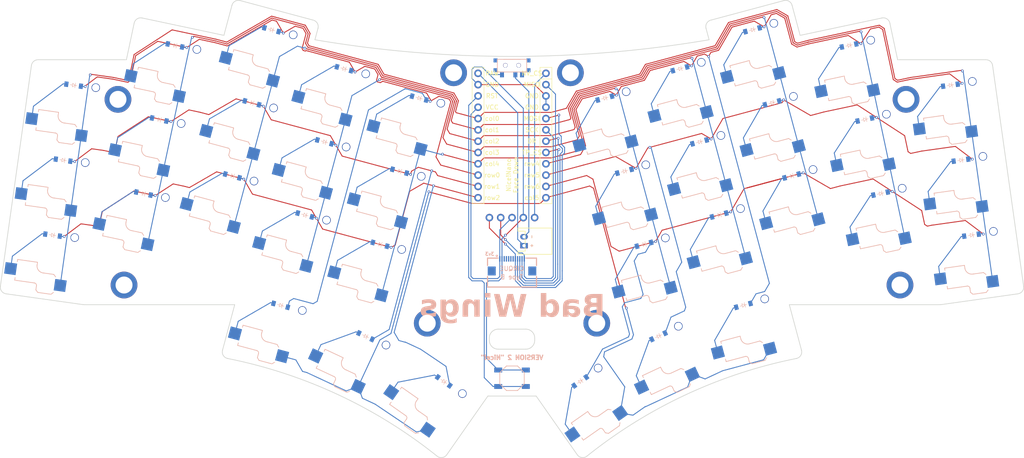
<source format=kicad_pcb>
(kicad_pcb (version 20241229) (generator "pcbnew") (generator_version "9.0")
  (title_block (title "bw2") (date "2025-12-09") (rev "2") (company "jasonhazel & flatfootfox"))
  (layers (0 "F.Cu" signal) (2 "B.Cu" signal) (13 "F.Paste" user) (15 "B.Paste" user) (5 "F.SilkS" user "F.Silkscreen") (7 "B.SilkS" user "B.Silkscreen") (1 "F.Mask" user) (3 "B.Mask" user) (25 "Edge.Cuts" user))
  (net 0 "")
  (net 1 "col0")
  (net 2 "c0_bottom")
  (net 3 "GND")
  (net 4 "c0_home")
  (net 5 "c0_top")
  (net 6 "col1")
  (net 7 "c1_bottom")
  (net 8 "c1_home")
  (net 9 "c1_top")
  (net 10 "col2")
  (net 11 "c2_bottom")
  (net 12 "c2_home")
  (net 13 "c2_top")
  (net 14 "col3")
  (net 15 "c3_bottom")
  (net 16 "c3_home")
  (net 17 "c3_top")
  (net 18 "col4")
  (net 19 "c4_bottom")
  (net 20 "c4_home")
  (net 21 "c4_top")
  (net 22 "mirror_c0_bottom")
  (net 23 "mirror_c0_home")
  (net 24 "mirror_c0_top")
  (net 25 "mirror_c1_bottom")
  (net 26 "mirror_c1_home")
  (net 27 "mirror_c1_top")
  (net 28 "mirror_c2_bottom")
  (net 29 "mirror_c2_home")
  (net 30 "mirror_c2_top")
  (net 31 "mirror_c3_bottom")
  (net 32 "mirror_c3_home")
  (net 33 "mirror_c3_top")
  (net 34 "mirror_c4_bottom")
  (net 35 "mirror_c4_home")
  (net 36 "mirror_c4_top")
  (net 37 "col5")
  (net 38 "c2_thumbs")
  (net 39 "c3_thumbs")
  (net 40 "c4_thumbs")
  (net 41 "mirror_c2_thumbs")
  (net 42 "mirror_c3_thumbs")
  (net 43 "mirror_c4_thumbs")
  (net 44 "row2")
  (net 45 "row1")
  (net 46 "row0")
  (net 47 "row6")
  (net 48 "row5")
  (net 49 "row4")
  (net 50 "RAW")
  (net 51 "RST")
  (net 52 "VCC")
  (net 53 "NV_CS")
  (net 54 "MISO")
  (net 55 "MOSI")
  (net 56 "SCK")
  (net 57 "DR")
  (net 58 "TP_CS")
  (net 59 "SDA")
  (net 60 "SCL")
  (net 61 "RGB_OUT")
  (net 62 "V5")
  (net 63 "VIK_GPIO1")
  (net 64 "BAT-")
  (footprint "E73:SPDT_C128955" (layer "F.Cu") (at 188.005795 68.860403)
    (property "Reference" "T1" (hide yes))
    (property "Value" "" (hide yes))
  )
  (footprint "E73:SW_TACT_ALPS_SKQGABE010" (layer "F.Cu") (at 188.005798 139.134466)
    (property "Reference" "B1" (hide yes))
    (property "Value" "" (hide yes))
  )
  (footprint "ceoloide:mounting_hole_plated" (layer "F.Cu") (at 201.118297 70.532322 15)
    (property "Reference" "H7" (hide yes))
    (property "Value" "")
  )
  (footprint "ceoloide:mcu_nice_nano" (layer "F.Cu") (at 188.005797 83.36041)
    (property "Reference" "MCU1" (hide yes))
    (property "Value" "")
  )
  (footprint "ceoloide:mounting_hole_plated" (layer "F.Cu") (at 99.522687 76.506492 -12)
    (property "Reference" "H1" (hide yes))
    (property "Value" "")
  )
  (footprint "ceoloide:mounting_hole_plated" (layer "F.Cu") (at 275.127851 118.200598 12)
    (property "Reference" "H6" (hide yes))
    (property "Value" "")
  )
  (footprint "ceoloide:mounting_hole_plated" (layer "F.Cu") (at 100.88374 118.200579 -12)
    (property "Reference" "H2" (hide yes))
    (property "Value" "")
  )
  (footprint "ceoloide:mounting_hole_plated" (layer "F.Cu") (at 168.973335 126.769948 115)
    (property "Reference" "H4" (hide yes))
    (property "Value" "")
  )
  (footprint "JST_PH_S2B-PH-K_02x2.00mm_Angled" (layer "F.Cu") (at 190.705793 108.360397 90)
    (property "Reference" "JST1" (hide yes))
    (property "Value" "" (hide yes))
  )
  (footprint "ceoloide:mounting_hole_plated" (layer "F.Cu") (at 174.893309 70.532316 -15)
    (property "Reference" "H3" (hide yes))
    (property "Value" "")
  )
  (footprint "ceoloide:mounting_hole_plated" (layer "F.Cu") (at 207.038264 126.76993 -115)
    (property "Reference" "H8" (hide yes))
    (property "Value" "")
  )
  (footprint "ceoloide:display_nice_view" (layer "F.Cu") (at 188.005796 86.360395)
    (property "Reference" "DISP1" (hide yes))
    (property "Value" "")
  )
  (footprint "ceoloide:mounting_hole_plated" (layer "F.Cu") (at 276.48891 76.506484 12)
    (property "Reference" "H5" (hide yes))
    (property "Value" "")
  )
  (footprint "ceoloide:diode_tht_sod123" (layer "B.Cu") (at 239.959076 122.759178 -165)
    (property "Reference" "D34" (hide yes))
    (property "Value" "")
  )
  (footprint "ceoloide:switch_choc_v1_v2" (layer "B.Cu") (at 206.198492 143.935059 -145)
    (property "Reference" "S36" (hide yes))
    (property "Value" "")
  )
  (footprint "ceoloide:switch_choc_v1_v2" (layer "B.Cu") (at 289.509805 95.114797 -172)
    (property "Reference" "S17" (hide yes))
    (property "Value" "")
  )
  (footprint "ceoloide:diode_tht_sod123" (layer "B.Cu") (at 87.19766 90.163448 172)
    (property "Reference" "D2" (hide yes))
    (property "Value" "")
  )
  (footprint "ceoloide:switch_choc_v1_v2" (layer "B.Cu") (at 148.993478 74.462886 165)
    (property "Reference" "S12" (hide yes))
    (property "Value" "")
  )
  (footprint "ceoloide:diode_tht_sod123" (layer "B.Cu") (at 155.11392 129.696932 155)
    (property "Reference" "D32" (hide yes))
    (property "Value" "")
  )
  (footprint "ceoloide:diode_tht_sod123" (layer "B.Cu") (at 234.523881 102.474725 -165)
    (property "Reference" "D25" (hide yes))
    (property "Value" "")
  )
  (footprint "ceoloide:switch_choc_v1_v2" (layer "B.Cu") (at 241.25316 127.588806 -165)
    (property "Reference" "S34" (hide yes))
    (property "Value" "")
  )
  (footprint "ceoloide:diode_tht_sod123" (layer "B.Cu") (at 267.227227 81.030976 -168)
    (property "Reference" "D20" (hide yes))
    (property "Value" "")
  )
  (footprint "ceoloide:diode_tht_sod123" (layer "B.Cu") (at 162.756676 92.644574 165)
    (property "Reference" "D14" (hide yes))
    (property "Value" "")
  )
  (footprint "ceoloide:switch_choc_v1_v2" (layer "B.Cu") (at 86.501788 95.114797 172)
    (property "Reference" "S2" (hide yes))
    (property "Value" "")
  )
  (footprint "ceoloide:diode_tht_sod123" (layer "B.Cu") (at 134.000887 60.869312 165)
    (property "Reference" "D9" (hide yes))
    (property "Value" "")
  )
  (footprint "ceoloide:diode_tht_sod123" (layer "B.Cu") (at 108.784379 81.030981 168)
    (property "Reference" "D5" (hide yes))
    (property "Value" "")
  )
  (footprint "ceoloide:diode_tht_sod123" (layer "B.Cu") (at 84.831712 106.998006 172)
    (property "Reference" "D1" (hide yes))
    (property "Value" "")
  )
  (footprint "ceoloide:switch_choc_v1_v2" (layer "B.Cu") (at 144.593553 90.883614 165)
    (property "Reference" "S11" (hide yes))
    (property "Value" "")
  )
  (footprint "ceoloide:diode_tht_sod123" (layer "B.Cu") (at 250.810558 93.710798 -165)
    (property "Reference" "D22" (hide yes))
    (property "Value" "")
  )
  (footprint "ceoloide:switch_choc_v1_v2" (layer "B.Cu") (at 214.549025 97.474209 -165)
    (property "Reference" "S29" (hide yes))
    (property "Value" "")
  )
  (footprint "ceoloide:switch_choc_v1_v2" (layer "B.Cu") (at 169.813113 143.935068 145)
    (property "Reference" "S33" (hide yes))
    (property "Value" "")
  )
  (footprint "ceoloide:switch_choc_v1_v2" (layer "B.Cu") (at 84.135848 111.949341 172)
    (property "Reference" "S1" (hide yes))
    (property "Value" "")
  )
  (footprint "ceoloide:switch_choc_v1_v2" (layer "B.Cu") (at 231.418044 90.883611 -165)
    (property "Reference" "S26" (hide yes))
    (property "Value" "")
  )
  (footprint "ceoloide:switch_choc_v1_v2" (layer "B.Cu") (at 134.758451 127.588797 165)
    (property "Reference" "S31" (hide yes))
    (property "Value" "")
  )
  (footprint "ceoloide:diode_tht_sod123" (layer "B.Cu") (at 213.254919 92.644573 -165)
    (property "Reference" "D29" (hide yes))
    (property "Value" "")
  )
  (footprint "ceoloide:switch_choc_v1_v2" (layer "B.Cu") (at 252.104654 98.540421 -165)
    (property "Reference" "S22" (hide yes))
    (property "Value" "")
  )
  (footprint "ceoloide:diode_tht_sod123" (layer "B.Cu") (at 288.813934 90.163456 -172)
    (property "Reference" "D17" (hide yes))
    (property "Value" "")
  )
  (footprint "ceoloide:switch_choc_v1_v2" (layer "B.Cu") (at 107.744825 85.921722 168)
    (property "Reference" "S5" (hide yes))
    (property "Value" "")
  )
  (footprint "ceoloide:diode_tht_sod123" (layer "B.Cu") (at 167.156592 76.223841 165)
    (property "Reference" "D15" (hide yes))
    (property "Value" "")
  )
  (footprint "ceoloide:switch_choc_v1_v2" (layer "B.Cu") (at 88.867729 78.280242 172)
    (property "Reference" "S3" (hide yes))
    (property "Value" "")
  )
  (footprint "ceoloide:diode_tht_sod123" (layer "B.Cu") (at 145.887644 86.054001 165)
    (property "Reference" "D11" (hide yes))
    (property "Value" "")
  )
  (footprint "ceoloide:diode_tht_sod123" (layer "B.Cu") (at 105.249875 97.659483 168)
    (property "Reference" "D4" (hide yes))
    (property "Value" "")
  )
  (footprint "ceoloide:switch_choc_v1_v2" (layer "B.Cu") (at 227.018123 74.462872 -165)
    (property "Reference" "S27" (hide yes))
    (property "Value" "")
  )
  (footprint "ceoloide:diode_tht_sod123" (layer "B.Cu") (at 158.356751 109.065325 165)
    (property "Reference" "D13" (hide yes))
    (property "Value" "")
  )
  (footprint "ceoloide:switch_choc_v1_v2" (layer "B.Cu") (at 291.875759 111.949349 -172)
    (property "Reference" "S16" (hide yes))
    (property "Value" "")
  )
  (footprint "ceoloide:diode_tht_sod123" (layer "B.Cu") (at 286.447995 73.328892 -172)
    (property "Reference" "D18" (hide yes))
    (property "Value" "")
  )
  (footprint "ceoloide:switch_choc_v1_v2" (layer "B.Cu") (at 157.062655 113.894949 165)
    (property "Reference" "S13" (hide yes))
    (property "Value" "")
  )
  (footprint "ceoloide:diode_tht_sod123" (layer "B.Cu") (at 208.855007 76.223845 -165)
    (property "Reference" "D30" (hide yes))
    (property "Value" "")
  )
  (footprint "ceoloide:switch_choc_v1_v2" (layer "B.Cu") (at 140.193632 107.304351 165)
    (property "Reference" "S10" (hide yes))
    (property "Value" "")
  )
  (footprint "ceoloide:diode_tht_sod123" (layer "B.Cu") (at 136.052527 122.759166 165)
    (property "Reference" "D31" (hide yes))
    (property "Value" "")
  )
  (footprint "ceoloide:diode_tht_sod123" (layer "B.Cu") (at 172.680993 139.839299 145)
    (property "Reference" "D33" (hide yes))
    (property "Value" "")
  )
  (footprint "ceoloide:diode_tht_sod123" (layer "B.Cu") (at 150.287572 69.633259 165)
    (property "Reference" "D12" (hide yes))
    (property "Value" "")
  )
  (footprint "ceoloide:switch_choc_v1_v2" (layer "B.Cu") (at 247.704731 82.119697 -165)
    (property "Reference" "S23" (hide yes))
    (property "Value" "")
  )
  (footprint "ceoloide:diode_tht_sod123" (layer "B.Cu") (at 230.123948 86.05399 -165)
    (property "Reference" "D26" (hide yes))
    (property "Value" "")
  )
  (footprint "ceoloide:switch_choc_v1_v2" (layer "B.Cu") (at 268.266778 85.921706 -168)
    (property "Reference" "S20" (hide yes))
    (property "Value" "")
  )
  (footprint "ceoloide:diode_tht_sod123" (layer "B.Cu") (at 291.179888 106.997997 -172)
    (property "Reference" "D16" (hide yes))
    (property "Value" "")
  )
  (footprint "ceoloide:switch_choc_v1_v2" (layer "B.Cu") (at 123.906945 98.540429 165)
    (property "Reference" "S7" (hide yes))
    (property "Value" "")
  )
  (footprint "ceoloide:diode_tht_sod123" (layer "B.Cu") (at 242.01072 60.869328 -165)
    (property "Reference" "D24" (hide yes))
    (property "Value" "")
  )
  (footprint "ceoloide:diode_tht_sod123" (layer "B.Cu") (at 129.600961 77.29006 165)
    (property "Reference" "D8" (hide yes))
    (property "Value" "")
  )
  (footprint "ceoloide:diode_tht_sod123" (layer "B.Cu") (at 263.692707 64.402464 -168)
    (property "Reference" "D21" (hide yes))
    (property "Value" "")
  )
  (footprint "ceoloide:diode_tht_sod123" (layer "B.Cu") (at 203.330607 139.839304 -145)
    (property "Reference" "D36" (hide yes))
    (property "Value" "")
  )
  (footprint "ceoloide:switch_choc_v1_v2" (layer "B.Cu") (at 218.948942 113.894955 -165)
    (property "Reference" "S28" (hide yes))
    (property "Value" "")
  )
  (footprint "ceoloide:switch_choc_v1_v2" (layer "B.Cu") (at 165.862504 81.053457 165)
    (property "Reference" "S15" (hide yes))
    (property "Value" "")
  )
  (footprint "ceoloide:diode_tht_sod123" (layer "B.Cu") (at 270.761717 97.65949 -168)
    (property "Reference" "D19" (hide yes))
    (property "Value" "")
  )
  (footprint "ceoloide:switch_choc_v1_v2" (layer "B.Cu") (at 153.000824 134.228477 155)
    (property "Reference" "S32" (hide yes))
    (property "Value" "")
  )
  (footprint "ceoloide:switch_choc_v1_v2" (layer "B.Cu") (at 223.010772 134.228491 -155)
    (property "Reference" "S35" (hide yes))
    (property "Value" "")
  )
  (footprint "ceoloide:diode_tht_sod123" (layer "B.Cu") (at 217.654848 109.065323 -165)
    (property "Reference" "D28" (hide yes))
    (property "Value" "")
  )
  (footprint "ceoloide:diode_tht_sod123" (layer "B.Cu") (at 89.56361 73.328889 172)
    (property "Reference" "D3" (hide yes))
    (property "Value" "")
  )
  (footprint "ceoloide:switch_choc_v1_v2" (layer "B.Cu") (at 287.143866 78.280244 -172)
    (property "Reference" "S18" (hide yes))
    (property "Value" "")
  )
  (footprint "ceoloide:switch_choc_v1_v2" (layer "B.Cu") (at 264.732283 69.293202 -168)
    (property "Reference" "S21" (hide yes))
    (property "Value" "")
  )
  (footprint "ceoloide:diode_tht_sod123" (layer "B.Cu") (at 246.410627 77.290046 -165)
    (property "Reference" "D23" (hide yes))
    (property "Value" "")
  )
  (footprint "ceoloide:switch_choc_v1_v2" (layer "B.Cu") (at 161.462583 97.47421 165)
    (property "Reference" "S14" (hide yes))
    (property "Value" "")
  )
  (footprint "vik-keyboard-connector-horizontal" (layer "B.Cu") (at 188.005802 114.360402)
    (property "Reference" "XX1" (hide yes))
    (property "Value" "")
  )
  (footprint "ceoloide:diode_tht_sod123" (layer "B.Cu") (at 220.897679 129.696952 -155)
    (property "Reference" "D35" (hide yes))
    (property "Value" "")
  )
  (footprint "ceoloide:diode_tht_sod123" (layer "B.Cu") (at 125.201051 93.71081 165)
    (property "Reference" "D7" (hide yes))
    (property "Value" "")
  )
  (footprint "ceoloide:switch_choc_v1_v2" (layer "B.Cu") (at 235.817957 107.304353 -165)
    (property "Reference" "S25" (hide yes))
    (property "Value" "")
  )
  (footprint "ceoloide:switch_choc_v1_v2" (layer "B.Cu") (at 111.279316 69.293204 168)
    (property "Reference" "S6" (hide yes))
    (property "Value" "")
  )
  (footprint "ceoloide:diode_tht_sod123" (layer "B.Cu") (at 112.318878 64.402463 168)
    (property "Reference" "D6" (hide yes))
    (property "Value" "")
  )
  (footprint "ceoloide:switch_choc_v1_v2" (layer "B.Cu") (at 243.30479 65.698947 -165)
    (property "Reference" "S24" (hide yes))
    (property "Value" "")
  )
  (footprint "ceoloide:switch_choc_v1_v2" (layer "B.Cu") (at 104.210323 102.550227 168)
    (property "Reference" "S4" (hide yes))
    (property "Value" "")
  )
  (footprint "ceoloide:switch_choc_v1_v2" (layer "B.Cu") (at 128.306868 82.119685 165)
    (property "Reference" "S8" (hide yes))
    (property "Value" "")
  )
  (footprint "ceoloide:switch_choc_v1_v2" (layer "B.Cu") (at 271.801277 102.550217 -168)
    (property "Reference" "S19" (hide yes))
    (property "Value" "")
  )
  (footprint "ceoloide:switch_choc_v1_v2" (layer "B.Cu") (at 132.706801 65.698951 165)
    (property "Reference" "S9" (hide yes))
    (property "Value" "")
  )
  (footprint "ceoloide:diode_tht_sod123" (layer "B.Cu") (at 141.487725 102.474723 165)
    (property "Reference" "D10" (hide yes))
    (property "Value" "")
  )
  (footprint "ceoloide:switch_choc_v1_v2" (layer "B.Cu") (at 210.149093 81.053464 -165)
    (property "Reference" "S30" (hide yes))
    (property "Value" "")
  )
  (footprint "ceoloide:diode_tht_sod123" (layer "B.Cu") (at 225.724034 69.633246 -165)
    (property "Reference" "D27" (hide yes))
    (property "Value" "")
  )
  (gr_arc (start 143.375931 58.72261) (mid 144.286794 59.421486) (end 144.4366 60.559725) (stroke (width 0.15)) (layer "Edge.Cuts"))
  (gr_line (start 143.749384 63.124443) (end 144.4366 60.559725) (stroke (width 0.15)) (layer "Edge.Cuts"))
  (gr_arc (start 182.9058 130.110396) (mid 183.491606 128.696227) (end 184.905801 128.110389) (stroke (width 0.15)) (layer "Edge.Cuts"))
  (gr_line (start 250.274326 122.619184) (end 284.111336 122.619186) (stroke (width 0.15)) (layer "Edge.Cuts"))
  (gr_line (start 73.119796 118.47977) (end 80.087526 68.901644) (stroke (width 0.15)) (layer "Edge.Cuts"))
  (gr_arc (start 302.891804 118.479772) (mid 302.604358 119.591237) (end 301.615175 120.173923) (stroke (width 0.15)) (layer "Edge.Cuts"))
  (gr_line (start 123.308239 62.137781) (end 125.118085 55.383342) (stroke (width 0.15)) (layer "Edge.Cuts"))
  (gr_line (start 101.413601 67.610408) (end 81.57293 67.610399) (stroke (width 0.15)) (layer "Edge.Cuts"))
  (gr_line (start 193.430153 143.134462) (end 202.661308 156.317908) (stroke (width 0.15)) (layer "Edge.Cuts"))
  (gr_line (start 252.703356 62.13779) (end 271.071379 58.233537) (stroke (width 0.15)) (layer "Edge.Cuts"))
  (gr_line (start 231.57498 60.559722) (end 232.262212 63.124434) (stroke (width 0.15)) (layer "Edge.Cuts"))
  (gr_arc (start 249.056401 54.322672) (mid 250.19463 54.47252) (end 250.893511 55.383345) (stroke (width 0.15)) (layer "Edge.Cuts"))
  (gr_line (start 295.924071 68.901643) (end 302.891804 118.479772) (stroke (width 0.15)) (layer "Edge.Cuts"))
  (gr_line (start 250.274332 122.619183) (end 253.012751 132.839127) (stroke (width 0.15)) (layer "Edge.Cuts"))
  (gr_line (start 249.056401 54.322672) (end 232.635652 58.722603) (stroke (width 0.15)) (layer "Edge.Cuts"))
  (gr_arc (start 193.105805 130.610402) (mid 192.520029 132.024649) (end 191.105803 132.61039) (stroke (width 0.15)) (layer "Edge.Cuts"))
  (gr_arc (start 124.153849 134.69827) (mid 123.173811 134.019229) (end 122.998648 132.839872) (stroke (width 0.15)) (layer "Edge.Cuts"))
  (gr_line (start 193.105805 130.610402) (end 193.1058 130.110403) (stroke (width 0.15)) (layer "Edge.Cuts"))
  (gr_arc (start 232.262212 63.124434) (mid 188.005794 66.860398) (end 143.749384 63.124443) (stroke (width 0.15)) (layer "Edge.Cuts"))
  (gr_line (start 91.90026 122.61918) (end 125.73727 122.619185) (stroke (width 0.15)) (layer "Edge.Cuts"))
  (gr_line (start 182.9058 130.110396) (end 182.905808 130.610398) (stroke (width 0.15)) (layer "Edge.Cuts"))
  (gr_line (start 191.105805 128.110389) (end 184.905801 128.110389) (stroke (width 0.15)) (layer "Edge.Cuts"))
  (gr_line (start 143.375931 58.72261) (end 126.955206 54.322695) (stroke (width 0.15)) (layer "Edge.Cuts"))
  (gr_arc (start 204.828166 156.628537) (mid 227.02564 142.838403) (end 251.857752 134.698284) (stroke (width 0.15)) (layer "Edge.Cuts"))
  (gr_line (start 104.940226 58.233551) (end 123.308239 62.137781) (stroke (width 0.15)) (layer "Edge.Cuts"))
  (gr_line (start 184.905801 132.6104) (end 191.105803 132.61039) (stroke (width 0.15)) (layer "Edge.Cuts"))
  (gr_line (start 103.161136 59.388916) (end 101.413601 67.610408) (stroke (width 0.15)) (layer "Edge.Cuts"))
  (gr_arc (start 173.350049 156.318266) (mid 172.333955 156.942755) (end 171.183421 156.62854) (stroke (width 0.15)) (layer "Edge.Cuts"))
  (gr_arc (start 231.57498 60.559722) (mid 231.724858 59.421516) (end 232.635652 58.722603) (stroke (width 0.15)) (layer "Edge.Cuts"))
  (gr_arc (start 191.105805 128.110389) (mid 192.52 128.696201) (end 193.1058 130.110403) (stroke (width 0.15)) (layer "Edge.Cuts"))
  (gr_arc (start 124.153849 134.69827) (mid 148.985958 142.838401) (end 171.183421 156.62854) (stroke (width 0.15)) (layer "Edge.Cuts"))
  (gr_line (start 250.893511 55.383345) (end 252.703356 62.13779) (stroke (width 0.15)) (layer "Edge.Cuts"))
  (gr_line (start 294.438667 67.610402) (end 274.598002 67.610399) (stroke (width 0.15)) (layer "Edge.Cuts"))
  (gr_line (start 182.581446 143.134449) (end 193.430153 143.134462) (stroke (width 0.15)) (layer "Edge.Cuts"))
  (gr_arc (start 74.396433 120.173923) (mid 73.407213 119.591265) (end 73.119796 118.47977) (stroke (width 0.15)) (layer "Edge.Cuts"))
  (gr_arc (start 103.161136 59.388916) (mid 103.811385 58.442747) (end 104.940226 58.233551) (stroke (width 0.15)) (layer "Edge.Cuts"))
  (gr_arc (start 80.087526 68.901651) (mid 80.588846 67.97836) (end 81.57293 67.610399) (stroke (width 0.15)) (layer "Edge.Cuts"))
  (gr_arc (start 204.828166 156.628537) (mid 203.677645 156.942785) (end 202.661556 156.318268) (stroke (width 0.15)) (layer "Edge.Cuts"))
  (gr_arc (start 184.905801 132.6104) (mid 183.491561 132.02463) (end 182.905808 130.610398) (stroke (width 0.15)) (layer "Edge.Cuts"))
  (gr_line (start 74.396433 120.173923) (end 91.691496 122.604587) (stroke (width 0.15)) (layer "Edge.Cuts"))
  (gr_arc (start 253.012962 132.839868) (mid 252.837788 134.019229) (end 251.857752 134.698284) (stroke (width 0.15)) (layer "Edge.Cuts"))
  (gr_arc (start 125.118085 55.383342) (mid 125.816968 54.472517) (end 126.955206 54.322695) (stroke (width 0.15)) (layer "Edge.Cuts"))
  (gr_arc (start 294.438667 67.610402) (mid 295.422761 67.978339) (end 295.924072 68.901642) (stroke (width 0.15)) (layer "Edge.Cuts"))
  (gr_line (start 173.350297 156.317911) (end 182.581446 143.134449) (stroke (width 0.15)) (layer "Edge.Cuts"))
  (gr_line (start 284.320107 122.604582) (end 301.615177 120.173924) (stroke (width 0.15)) (layer "Edge.Cuts"))
  (gr_line (start 122.998837 132.839118) (end 125.737276 122.619177) (stroke (width 0.15)) (layer "Edge.Cuts"))
  (gr_arc (start 284.320107 122.604582) (mid 284.21598 122.615532) (end 284.111336 122.619186) (stroke (width 0.15)) (layer "Edge.Cuts"))
  (gr_line (start 274.598002 67.610399) (end 272.850458 59.388912) (stroke (width 0.15)) (layer "Edge.Cuts"))
  (gr_arc (start 91.90026 122.61918) (mid 91.795623 122.615525) (end 91.691496 122.604587) (stroke (width 0.15)) (layer "Edge.Cuts"))
  (gr_arc (start 271.071379 58.233537) (mid 272.200204 58.442757) (end 272.850458 59.388912) (stroke (width 0.15)) (layer "Edge.Cuts"))
  (gr_text "Nice!Nano\nFace Down" (at 188.062562 93.485349 90) (layer "F.SilkS") (effects (font (size 1 1))))
  (gr_text "Bad Wings" (at 188.073013 123.235349 0) (layer "B.SilkS") (effects (font (size 5 5) (thickness 0.3) (bold yes)) (justify mirror)))
  (gr_text "VERSION 2 {dblquote}Nice!{dblquote}" (at 188.00579 134.485349 0) (layer "B.SilkS") (effects (font (size 1 1) (thickness 0.25) (bold yes)) (justify mirror)))
  (gr_text "Type B" (at 190.562563 116.985351 0) (layer "B.SilkS") (effects (font (size 1 1)) (justify left bottom mirror)))
  (segment (start 123.947366 63.648511) (end 121.532559 63.001476) (width 0.2) (layer "F.Cu") (net 1))
  (segment (start 175.323921 79.249756) (end 175.970977 76.83495) (width 0.2) (layer "F.Cu") (net 1))
  (segment (start 180.385807 80.82041) (end 175.470304 79.503293) (width 0.2) (layer "F.Cu") (net 1))
  (segment (start 196.800694 79.431395) (end 200.215898 78.516305) (width 0.2) (layer "F.Cu") (net 1))
  (segment (start 134.836978 58.048561) (end 134.354014 57.919144) (width 0.2) (layer "F.Cu") (net 1))
  (segment (start 93.476495 70.879354) (end 93.29687 71.014699) (width 0.2) (layer "F.Cu") (net 1))
  (segment (start 142.076779 63.870749) (end 142.65914 61.697401) (width 0.2) (layer "F.Cu") (net 1))
  (segment (start 216.681669 70.846913) (end 216.689878 70.851654) (width 0.2) (layer "F.Cu") (net 1))
  (segment (start 271.595495 60.583053) (end 273.986497 71.831754) (width 0.2) (layer "F.Cu") (net 1))
  (segment (start 233.611448 64.45716) (end 236.616651 59.251992) (width 0.2) (layer "F.Cu") (net 1))
  (segment (start 254.51289 63.256543) (end 270.484639 59.86164) (width 0.2) (layer "F.Cu") (net 1))
  (segment (start 159.245004 70.864587) (end 157.963678 68.645271) (width 0.2) (layer "F.Cu") (net 1))
  (segment (start 236.616651 59.251992) (end 247.483304 56.34026) (width 0.2) (layer "F.Cu") (net 1))
  (segment (start 101.654186 72.257591) (end 98.475206 71.581879) (width 0.2) (layer "F.Cu") (net 1))
  (segment (start 252.09809 63.903584) (end 254.51289 63.256543) (width 0.2) (layer "F.Cu") (net 1))
  (segment (start 103.146206 66.440678) (end 102.106628 71.331416) (width 0.2) (layer "F.Cu") (net 1))
  (segment (start 217.960557 68.650794) (end 233.611448 64.45716) (width 0.2) (layer "F.Cu") (net 1))
  (segment (start 274.579512 72.216878) (end 277.513947 71.59314) (width 0.2) (layer "F.Cu") (net 1))
  (segment (start 141.598462 59.860297) (end 134.836978 58.048561) (width 0.2) (layer "F.Cu") (net 1))
  (segment (start 288.953618 69.985384) (end 289.128316 70.117031) (width 0.2) (layer "F.Cu") (net 1))
  (segment (start 142.430334 64.48312) (end 142.076779 63.870749) (width 0.2) (layer "F.Cu") (net 1))
  (segment (start 200.215898 78.516305) (end 202.440727 74.662769) (width 0.2) (layer "F.Cu") (net 1))
  (segment (start 175.470304 79.503293) (end 175.323921 79.249756) (width 0.2) (layer "F.Cu") (net 1))
  (segment (start 134.024067 57.830748) (end 123.947366 63.648511) (width 0.2) (layer "F.Cu") (net 1))
  (segment (start 157.963678 68.645271) (end 142.430334 64.48312) (width 0.2) (layer "F.Cu") (net 1))
  (segment (start 249.932807 57.754491) (end 251.485722 63.550032) (width 0.2) (layer "F.Cu") (net 1))
  (segment (start 273.986497 71.831754) (end 274.579512 72.216878) (width 0.2) (layer "F.Cu") (net 1))
  (segment (start 180.385791 80.820403) (end 181.774787 79.431396) (width 0.2) (layer "F.Cu") (net 1))
  (segment (start 270.484639 59.86164) (end 271.595495 60.583053) (width 0.2) (layer "F.Cu") (net 1))
  (segment (start 247.483304 56.34026) (end 249.932807 57.754491) (width 0.2) (layer "F.Cu") (net 1))
  (segment (start 142.65914 61.697401) (end 141.598462 59.860297) (width 0.2) (layer "F.Cu") (net 1))
  (segment (start 121.532559 63.001476) (end 111.670164 60.905157) (width 0.2) (layer "F.Cu") (net 1))
  (segment (start 181.774787 79.431396) (end 196.800694 79.431395) (width 0.2) (layer "F.Cu") (net 1))
  (segment (start 134.354014 57.919144) (end 134.024067 57.830748) (width 0.2) (layer "F.Cu") (net 1))
  (segment (start 277.513947 71.59314) (end 288.953618 69.985384) (width 0.2) (layer "F.Cu") (net 1))
  (segment (start 202.440727 74.662769) (end 216.681669 70.846913) (width 0.2) (layer "F.Cu") (net 1))
  (segment (start 174.954215 75.07387) (end 159.245004 70.864587) (width 0.2) (layer "F.Cu") (net 1))
  (segment (start 101.9507 72.065025) (end 101.654186 72.257591) (width 0.2) (layer "F.Cu") (net 1))
  (segment (start 216.689878 70.851654) (end 217.960557 68.650794) (width 0.2) (layer "F.Cu") (net 1))
  (segment (start 98.475206 71.581879) (end 93.476495 70.879354) (width 0.2) (layer "F.Cu") (net 1))
  (segment (start 111.670164 60.905157) (end 103.146206 66.440678) (width 0.2) (layer "F.Cu") (net 1))
  (segment (start 251.485722 63.550032) (end 252.09809 63.903584) (width 0.2) (layer "F.Cu") (net 1))
  (segment (start 175.970977 76.83495) (end 174.954215 75.07387) (width 0.2) (layer "F.Cu") (net 1))
  (segment (start 102.106628 71.331416) (end 101.9507 72.065025) (width 0.2) (layer "F.Cu") (net 1))
  (via (at 289.128316 70.117031) (size 0.6) (drill 0.3) (layers "F.Cu" "B.Cu") (net 1))
  (via (at 93.29687 71.014699) (size 0.6) (drill 0.3) (layers "F.Cu" "B.Cu") (net 1))
  (segment (start 88.916843 101.462682) (end 91.282785 84.62812) (width 0.2) (layer "B.Cu") (net 1))
  (segment (start 91.282783 84.628121) (end 93.184072 71.099701) (width 0.2) (layer "B.Cu") (net 1))
  (segment (start 86.550887 118.29723) (end 88.916844 101.462683) (width 0.2) (layer "B.Cu") (net 1))
  (segment (start 88.916844 101.462683) (end 88.916843 101.462682) (width 0.2) (layer "B.Cu") (net 1))
  (segment (start 293.581007 100.551091) (end 295.946959 117.385658) (width 0.2) (layer "B.Cu") (net 1))
  (segment (start 291.215068 83.71654) (end 293.581007 100.551091) (width 0.2) (layer "B.Cu") (net 1))
  (segment (start 91.282785 84.62812) (end 91.282783 84.628121) (width 0.2) (layer "B.Cu") (net 1))
  (segment (start 291.215067 83.716538) (end 289.324565 70.264931) (width 0.2) (layer "B.Cu") (net 1))
  (segment (start 93.184072 71.099701) (end 93.29687 71.014699) (width 0.2) (layer "B.Cu") (net 1))
  (segment (start 289.324565 70.264931) (end 289.128316 70.117031) (width 0.2) (layer "B.Cu") (net 1))
  (segment (start 75.419485 114.511199) (end 75.811237 111.723701) (width 0.2) (layer "B.Cu") (net 2))
  (segment (start 82.514584 106.672355) (end 83.197773 106.768385) (width 0.2) (layer "B.Cu") (net 2))
  (segment (start 75.811237 111.723701) (end 82.514584 106.672355) (width 0.2) (layer "B.Cu") (net 2))
  (segment (start 195.625795 75.740408) (end 193.085807 73.200396) (width 0.2) (layer "F.Cu") (net 3))
  (segment (start 193.085807 73.200396) (end 180.385793 73.200398) (width 0.2) (layer "F.Cu") (net 3))
  (segment (start 186.600953 107.005234) (end 186.526349 107.005226) (width 0.2) (layer "F.Cu") (net 3))
  (segment (start 190.545801 103.06039) (end 186.600953 107.005234) (width 0.2) (layer "F.Cu") (net 3))
  (via (at 186.526349 107.005226) (size 0.6) (drill 0.3) (layers "F.Cu" "B.Cu") (net 3))
  (segment (start 179.526354 69.255233) (end 179.02635 69.755234) (width 0.2) (layer "B.Cu") (net 3))
  (segment (start 185.755808 112.322395) (end 185.755803 107.775782) (width 0.2) (layer "B.Cu") (net 3))
  (segment (start 182.276353 134.655007) (end 182.276347 117.755226) (width 0.2) (layer "B.Cu") (net 3))
  (segment (start 179.026351 71.840958) (end 180.385793 73.200398) (width 0.2) (layer "B.Cu") (net 3))
  (segment (start 179.02635 69.755234) (end 179.026351 71.840958) (width 0.2) (layer "B.Cu") (net 3))
  (segment (start 182.526346 70.505231) (end 181.276351 69.255235) (width 0.2) (layer "B.Cu") (net 3))
  (segment (start 182.776346 117.255226) (end 185.026348 117.255237) (width 0.2) (layer "B.Cu") (net 3))
  (segment (start 184.905792 137.284455) (end 191.105795 137.284458) (width 0.2) (layer "B.Cu") (net 3))
  (segment (start 185.755803 107.775782) (end 186.526349 107.005226) (width 0.2) (layer "B.Cu") (net 3))
  (segment (start 190.545797 78.524687) (end 182.526346 70.505231) (width 0.2) (layer "B.Cu") (net 3))
  (segment (start 185.026348 117.255237) (end 185.755795 116.525787) (width 0.2) (layer "B.Cu") (net 3))
  (segment (start 181.276351 69.255235) (end 179.526354 69.255233) (width 0.2) (layer "B.Cu") (net 3))
  (segment (start 182.276347 117.755226) (end 182.776346 117.255226) (width 0.2) (layer "B.Cu") (net 3))
  (segment (start 185.755801 70.935405) (end 182.95652 70.935394) (width 0.2) (layer "B.Cu") (net 3))
  (segment (start 195.625795 75.740408) (end 195.625799 78.280398) (width 0.2) (layer "B.Cu") (net 3))
  (segment (start 185.755795 116.525787) (end 185.755808 112.322395) (width 0.2) (layer "B.Cu") (net 3))
  (segment (start 184.905792 137.284455) (end 182.276353 134.655007) (width 0.2) (layer "B.Cu") (net 3))
  (segment (start 190.545801 103.06039) (end 190.545797 78.524687) (width 0.2) (layer "B.Cu") (net 3))
  (segment (start 182.95652 70.935394) (end 182.526346 70.505231) (width 0.2) (layer "B.Cu") (net 3))
  (segment (start 84.784993 89.824362) (end 85.563726 89.933823) (width 0.2) (layer "B.Cu") (net 4))
  (segment (start 78.190608 94.793592) (end 84.784993 89.824362) (width 0.2) (layer "B.Cu") (net 4))
  (segment (start 77.785424 97.676633) (end 78.190608 94.793592) (width 0.2) (layer "B.Cu") (net 4))
  (segment (start 80.151367 80.842083) (end 80.54313 78.054583) (width 0.2) (layer "B.Cu") (net 5))
  (segment (start 87.246481 73.003248) (end 87.929672 73.099257) (width 0.2) (layer "B.Cu") (net 5))
  (segment (start 80.54313 78.054583) (end 87.246481 73.003248) (width 0.2) (layer "B.Cu") (net 5))
  (segment (start 218.224771 68.995126) (end 216.954103 71.19601) (width 0.2) (layer "F.Cu") (net 6))
  (segment (start 201.039133 81.022999) (end 196.831724 82.15037) (width 0.2) (layer "F.Cu") (net 6))
  (segment (start 157.69944 68.989594) (end 158.980773 71.208936) (width 0.2) (layer "F.Cu") (net 6))
  (segment (start 142.166105 64.827464) (end 157.69944 68.989594) (width 0.2) (layer "F.Cu") (net 6))
  (segment (start 141.334229 60.204642) (end 141.693123 60.826276) (width 0.2) (layer "F.Cu") (net 6))
  (segment (start 116.235394 62.577661) (end 116.575014 62.357118) (width 0.2) (layer "F.Cu") (net 6))
  (segment (start 124.004019 64.078855) (end 133.639644 58.51572) (width 0.2) (layer "F.Cu") (net 6))
  (segment (start 216.954103 71.19601) (end 212.738697 72.325518) (width 0.2) (layer "F.Cu") (net 6))
  (segment (start 254.616689 63.64387) (end 254.369233 63.710183) (width 0.2) (layer "F.Cu") (net 6))
  (segment (start 180.385799 83.3604) (end 174.680764 81.831732) (width 0.2) (layer "F.Cu") (net 6))
  (segment (start 247.426648 56.770591) (end 236.88087 59.596328) (width 0.2) (layer "F.Cu") (net 6))
  (segment (start 252.041434 64.333921) (end 251.141374 63.814272) (width 0.2) (layer "F.Cu") (net 6))
  (segment (start 175.503302 77.030967) (end 175.540639 76.8916) (width 0.2) (layer "F.Cu") (net 6))
  (segment (start 254.369233 63.710183) (end 254.606541 63.646594) (width 0.2) (layer "F.Cu") (net 6))
  (segment (start 196.831724 82.15037) (end 181.595818 82.150376) (width 0.2) (layer "F.Cu") (net 6))
  (segment (start 254.369233 63.710183) (end 252.041434 64.333921) (width 0.2) (layer "F.Cu") (net 6))
  (segment (start 175.503302 77.030967) (end 175.38952 77.4556) (width 0.2) (layer "F.Cu") (net 6))
  (segment (start 201.2159 80.716815) (end 201.039133 81.022999) (width 0.2) (layer "F.Cu") (net 6))
  (segment (start 175.540639 76.8916) (end 174.689984 75.418204) (width 0.2) (layer "F.Cu") (net 6))
  (segment (start 134.080719 58.261056) (end 141.253195 60.182931) (width 0.2) (layer "F.Cu") (net 6))
  (segment (start 174.363964 81.283027) (end 174.680764 81.831732) (width 0.2) (layer "F.Cu") (net 6))
  (segment (start 175.503302 77.030967) (end 175.540641 76.891599) (width 0.2) (layer "F.Cu") (net 6))
  (segment (start 175.38952 77.4556) (end 174.363964 81.283027) (width 0.2) (layer "F.Cu") (net 6))
  (segment (start 212.738697 72.325518) (end 212.7305 72.320776) (width 0.2) (layer "F.Cu") (net 6))
  (segment (start 141.253195 60.182931) (end 141.334229 60.204642) (width 0.2) (layer "F.Cu") (net 6))
  (segment (start 141.693123 60.826276) (end 142.228805 61.754076) (width 0.2) (layer "F.Cu") (net 6))
  (segment (start 174.538591 75.377639) (end 172.525688 74.838258) (width 0.2) (layer "F.Cu") (net 6))
  (segment (start 251.141374 63.814272) (end 249.588455 58.018716) (width 0.2) (layer "F.Cu") (net 6))
  (segment (start 200.642968 78.578599) (end 201.2159 80.716815) (width 0.2) (layer "F.Cu") (net 6))
  (segment (start 141.689433 63.766958) (end 141.646449 63.927402) (width 0.2) (layer "F.Cu") (net 6))
  (segment (start 202.704961 75.007127) (end 200.642968 78.578599) (width 0.2) (layer "F.Cu") (net 6))
  (segment (start 142.228805 61.754076) (end 141.689433 63.766958) (width 0.2) (layer "F.Cu") (net 6))
  (segment (start 236.88087 59.596328) (end 233.875665 64.801488) (width 0.2) (layer "F.Cu") (net 6))
  (segment (start 121.428762 63.388802) (end 124.004019 64.078855) (width 0.2) (layer "F.Cu") (net 6))
  (segment (start 212.7305 72.320776) (end 202.704961 75.007127) (width 0.2) (layer "F.Cu") (net 6))
  (segment (start 172.525688 74.838258) (end 159.083779 71.236527) (width 0.2) (layer "F.Cu") (net 6))
  (segment (start 266.154214 61.192053) (end 266.39024 61.345339) (width 0.2) (layer "F.Cu") (net 6))
  (segment (start 116.575014 62.357118) (end 121.428762 63.388802) (width 0.2) (layer "F.Cu") (net 6))
  (segment (start 133.639644 58.51572) (end 134.080719 58.261056) (width 0.2) (layer "F.Cu") (net 6))
  (segment (start 254.606541 63.646594) (end 266.154214 61.192053) (width 0.2) (layer "F.Cu") (net 6))
  (segment (start 141.646449 63.927402) (end 142.166105 64.827464) (width 0.2) (layer "F.Cu") (net 6))
  (segment (start 181.595818 82.150376) (end 180.385791 83.360393) (width 0.2) (layer "F.Cu") (net 6))
  (segment (start 174.689984 75.418204) (end 174.538591 75.377639) (width 0.2) (layer "F.Cu") (net 6))
  (segment (start 233.875665 64.801488) (end 218.224771 68.995126) (width 0.2) (layer "F.Cu") (net 6))
  (segment (start 249.588455 58.018716) (end 247.426648 56.770591) (width 0.2) (layer "F.Cu") (net 6))
  (via (at 116.235394 62.577661) (size 0.6) (drill 0.3) (layers "F.Cu" "B.Cu") (net 6))
  (via (at 266.39024 61.345339) (size 0.6) (drill 0.3) (layers "F.Cu" "B.Cu") (net 6))
  (segment (start 106.176677 109.051111) (end 109.711184 92.422591) (width 0.2) (layer "B.Cu") (net 6))
  (segment (start 272.707294 91.06078) (end 269.17279 74.432265) (width 0.2) (layer "B.Cu") (net 6))
  (segment (start 276.241794 107.689283) (end 272.707294 91.06078) (width 0.2) (layer "B.Cu") (net 6))
  (segment (start 269.17279 74.432265) (end 269.172786 74.432264) (width 0.2) (layer "B.Cu") (net 6))
  (segment (start 109.711183 92.422596) (end 113.245679 75.794085) (width 0.2) (layer "B.Cu") (net 6))
  (segment (start 116.026023 62.713633) (end 116.235394 62.577661) (width 0.2) (layer "B.Cu") (net 6))
  (segment (start 269.172789 74.432269) (end 266.391203 61.345972) (width 0.2) (layer "B.Cu") (net 6))
  (segment (start 266.391203 61.345972) (end 266.39024 61.345339) (width 0.2) (layer "B.Cu") (net 6))
  (segment (start 113.24567 75.794088) (end 116.026023 62.713633) (width 0.2) (layer "B.Cu") (net 6))
  (segment (start 109.711184 92.422591) (end 109.711183 92.422596) (width 0.2) (layer "B.Cu") (net 6))
  (segment (start 102.961119 97.172994) (end 103.635932 97.316439) (width 0.2) (layer "B.Cu") (net 7))
  (segment (start 95.92175 101.744436) (end 102.961119 97.172994) (width 0.2) (layer "B.Cu") (net 7))
  (segment (start 95.336482 104.497792) (end 95.92175 101.744436) (width 0.2) (layer "B.Cu") (net 7))
  (segment (start 98.870992 87.869298) (end 99.456232 85.115915) (width 0.2) (layer "B.Cu") (net 8))
  (segment (start 99.456232 85.115915) (end 106.495618 80.544479) (width 0.2) (layer "B.Cu") (net 8))
  (segment (start 106.495618 80.544479) (end 107.170438 80.687923) (width 0.2) (layer "B.Cu") (net 8))
  (segment (start 102.4055 71.240781) (end 102.990732 68.487404) (width 0.2) (layer "B.Cu") (net 9))
  (segment (start 102.990732 68.487404) (end 110.030126 63.915972) (width 0.2) (layer "B.Cu") (net 9))
  (segment (start 110.030126 63.915972) (end 110.704943 64.059401) (width 0.2) (layer "B.Cu") (net 9))
  (segment (start 141.548542 65.077126) (end 141.51178 65.013455) (width 0.2) (layer "F.Cu") (net 10))
  (segment (start 158.819554 71.580883) (end 159.03579 71.638813) (width 0.2) (layer "F.Cu") (net 10))
  (segment (start 159.03579 71.638813) (end 159.381911 71.73155) (width 0.2) (layer "F.Cu") (net 10))
  (segment (start 237.145095 59.940672) (end 234.139888 65.145834) (width 0.2) (layer "F.Cu") (net 10))
  (segment (start 217.218321 71.540356) (end 212.682056 72.75584) (width 0.2) (layer "F.Cu") (net 10))
  (segment (start 173.438242 83.188587) (end 174.018947 84.194405) (width 0.2) (layer "F.Cu") (net 10))
  (segment (start 181.635822 84.650368) (end 180.385794 85.900394) (width 0.2) (layer "F.Cu") (net 10))
  (segment (start 157.435216 69.333944) (end 158.716541 71.553275) (width 0.2) (layer "F.Cu") (net 10))
  (segment (start 244.603133 58.148314) (end 244.359407 58.007613) (width 0.2) (layer "F.Cu") (net 10))
  (segment (start 202.192818 82.813358) (end 201.919266 83.287152) (width 0.2) (layer "F.Cu") (net 10))
  (segment (start 202.969192 75.351457) (end 201.073287 78.635251) (width 0.2) (layer "F.Cu") (net 10))
  (segment (start 158.716541 71.553275) (end 159.03579 71.638813) (width 0.2) (layer "F.Cu") (net 10))
  (segment (start 142.222752 65.2578) (end 155.745722 68.881262) (width 0.2) (layer "F.Cu") (net 10))
  (segment (start 142.222752 65.2578) (end 141.548542 65.077126) (width 0.2) (layer "F.Cu") (net 10))
  (segment (start 218.488999 69.339477) (end 217.218321 71.540356) (width 0.2) (layer "F.Cu") (net 10))
  (segment (start 234.139888 65.145834) (end 218.488999 69.339477) (width 0.2) (layer "F.Cu") (net 10))
  (segment (start 244.359407 58.007613) (end 237.145095 59.940672) (width 0.2) (layer "F.Cu") (net 10))
  (segment (start 201.073287 78.635251) (end 202.192818 82.813358) (width 0.2) (layer "F.Cu") (net 10))
  (segment (start 175.051269 77.168658) (end 175.110317 76.948256) (width 0.2) (layer "F.Cu") (net 10))
  (segment (start 180.385807 85.9004) (end 174.018947 84.194405) (width 0.2) (layer "F.Cu") (net 10))
  (segment (start 196.831718 84.650363) (end 181.635822 84.650368) (width 0.2) (layer "F.Cu") (net 10))
  (segment (start 159.381911 71.73155) (end 174.425752 75.762547) (width 0.2) (layer "F.Cu") (net 10))
  (segment (start 174.425752 75.762547) (end 175.110318 76.948258) (width 0.2) (layer "F.Cu") (net 10))
  (segment (start 155.745722 68.881262) (end 157.435216 69.333944) (width 0.2) (layer "F.Cu") (net 10))
  (segment (start 174.048994 80.909227) (end 175.051269 77.168658) (width 0.2) (layer "F.Cu") (net 10))
  (segment (start 212.673851 72.751098) (end 202.969192 75.351457) (width 0.2) (layer "F.Cu") (net 10))
  (segment (start 201.919266 83.287152) (end 196.831718 84.650363) (width 0.2) (layer "F.Cu") (net 10))
  (segment (start 174.048994 80.909227) (end 173.438242 83.188587) (width 0.2) (layer "F.Cu") (net 10))
  (segment (start 212.682056 72.75584) (end 212.673851 72.751098) (width 0.2) (layer "F.Cu") (net 10))
  (segment (start 175.110318 76.948258) (end 175.051269 77.168658) (width 0.2) (layer "F.Cu") (net 10))
  (via (at 141.51178 65.013455) (size 0.6) (drill 0.3) (layers "F.Cu" "B.Cu") (net 10))
  (via (at 244.603133 58.148314) (size 0.6) (drill 0.3) (layers "F.Cu" "B.Cu") (net 10))
  (segment (start 252.408105 87.01931) (end 248.008186 70.598565) (width 0.2) (layer "B.Cu") (net 10))
  (segment (start 248.008186 70.598569) (end 244.684788 58.195469) (width 0.2) (layer "B.Cu") (net 10))
  (segment (start 244.684788 58.195469) (end 244.603133 58.148314) (width 0.2) (layer "B.Cu") (net 10))
  (segment (start 129.930294 88.714585) (end 129.930296 88.714579) (width 0.2) (layer "B.Cu") (net 10))
  (segment (start 135.776641 66.895751) (end 139.821403 64.560502) (width 0.2) (layer "B.Cu") (net 10))
  (segment (start 134.330222 72.293835) (end 129.930296 88.714573) (width 0.2) (layer "B.Cu") (net 10))
  (segment (start 139.821403 64.560502) (end 141.51178 65.013455) (width 0.2) (layer "B.Cu") (net 10))
  (segment (start 134.330222 72.293835) (end 135.776641 66.895751) (width 0.2) (layer "B.Cu") (net 10))
  (segment (start 256.808036 103.44006) (end 252.408105 87.01931) (width 0.2) (layer "B.Cu") (net 10))
  (segment (start 125.530391 105.135318) (end 129.930294 88.714585) (width 0.2) (layer "B.Cu") (net 10))
  (segment (start 129.930296 88.714573) (end 129.930296 88.714579) (width 0.2) (layer "B.Cu") (net 10))
  (segment (start 115.671884 97.301946) (end 122.940876 93.1052) (width 0.2) (layer "B.Cu") (net 11))
  (segment (start 114.943332 100.020918) (end 115.671884 97.301946) (width 0.2) (layer "B.Cu") (net 11))
  (segment (start 122.940876 93.1052) (end 123.607273 93.28374) (width 0.2) (layer "B.Cu") (net 11))
  (segment (start 120.071815 80.881196) (end 127.340799 76.684452) (width 0.2) (layer "B.Cu") (net 12))
  (segment (start 127.340799 76.684452) (end 128.007191 76.863014) (width 0.2) (layer "B.Cu") (net 12))
  (segment (start 119.343258 83.600178) (end 120.071815 80.881196) (width 0.2) (layer "B.Cu") (net 12))
  (segment (start 123.743185 67.179445) (end 124.471728 64.460478) (width 0.2) (layer "B.Cu") (net 13))
  (segment (start 131.740725 60.263707) (end 132.407117 60.442275) (width 0.2) (layer "B.Cu") (net 13))
  (segment (start 124.471728 64.460478) (end 131.740725 60.263707) (width 0.2) (layer "B.Cu") (net 13))
  (segment (start 203.123422 84.737058) (end 202.626546 85.597654) (width 0.2) (layer "F.Cu") (net 14))
  (segment (start 174.161522 76.106888) (end 158.539136 71.920884) (width 0.2) (layer "F.Cu") (net 14))
  (segment (start 212.617188 73.181429) (end 203.233419 75.695805) (width 0.2) (layer "F.Cu") (net 14))
  (segment (start 228.420236 67.299586) (end 228.176508 67.158883) (width 0.2) (layer "F.Cu") (net 14))
  (segment (start 158.539136 71.920884) (end 158.251394 72.087009) (width 0.2) (layer "F.Cu") (net 14))
  (segment (start 228.176508 67.158883) (end 218.753232 69.683834) (width 0.2) (layer "F.Cu") (net 14))
  (segment (start 201.503624 78.691903) (end 203.123422 84.737058) (width 0.2) (layer "F.Cu") (net 14))
  (segment (start 196.831721 87.150362) (end 181.675834 87.15036) (width 0.2) (layer "F.Cu") (net 14))
  (segment (start 202.626546 85.597654) (end 196.831721 87.150362) (width 0.2) (layer "F.Cu") (net 14))
  (segment (start 181.675834 87.15036) (end 180.385804 88.440394) (width 0.2) (layer "F.Cu") (net 14))
  (segment (start 173.338981 86.55221) (end 172.507641 85.112288) (width 0.2) (layer "F.Cu") (net 14))
  (segment (start 180.385807 88.440401) (end 173.338981 86.55221) (width 0.2) (layer "F.Cu") (net 14))
  (segment (start 217.482559 71.884705) (end 212.625401 73.186173) (width 0.2) (layer "F.Cu") (net 14))
  (segment (start 203.233419 75.695805) (end 201.503624 78.691903) (width 0.2) (layer "F.Cu") (net 14))
  (segment (start 212.625401 73.186173) (end 212.617188 73.181429) (width 0.2) (layer "F.Cu") (net 14))
  (segment (start 218.753232 69.683834) (end 217.482559 71.884705) (width 0.2) (layer "F.Cu") (net 14))
  (segment (start 172.507641 85.112288) (end 174.680003 77.004921) (width 0.2) (layer "F.Cu") (net 14))
  (segment (start 174.680003 77.004921) (end 174.161522 76.106888) (width 0.2) (layer "F.Cu") (net 14))
  (via (at 158.251394 72.087009) (size 0.6) (drill 0.3) (layers "F.Cu" "B.Cu") (net 14))
  (via (at 228.420236 67.299586) (size 0.6) (drill 0.3) (layers "F.Cu" "B.Cu") (net 14))
  (segment (start 231.721506 79.362504) (end 228.501888 67.346719) (width 0.2) (layer "B.Cu") (net 14))
  (segment (start 236.121435 95.783242) (end 231.721507 79.36251) (width 0.2) (layer "B.Cu") (net 14))
  (segment (start 150.616912 81.057766) (end 146.216986 97.478514) (width 0.2) (layer "B.Cu") (net 14))
  (segment (start 228.501888 67.346719) (end 228.420236 67.299586) (width 0.2) (layer "B.Cu") (net 14))
  (segment (start 240.521349 112.203978) (end 236.121435 95.783242) (width 0.2) (layer "B.Cu") (net 14))
  (segment (start 150.616912 81.057766) (end 152.063327 75.659682) (width 0.2) (layer "B.Cu") (net 14))
  (segment (start 152.063327 75.659682) (end 158.251394 72.087009) (width 0.2) (layer "B.Cu") (net 14))
  (segment (start 146.216986 97.478514) (end 141.81705 113.899238) (width 0.2) (layer "B.Cu") (net 14))
  (segment (start 131.958569 106.065871) (end 139.227556 101.869115) (width 0.2) (layer "B.Cu") (net 15))
  (segment (start 139.227556 101.869115) (end 139.893947 102.047672) (width 0.2) (layer "B.Cu") (net 15))
  (segment (start 131.230017 108.784853) (end 131.958569 106.065871) (width 0.2) (layer "B.Cu") (net 15))
  (segment (start 135.629947 92.364114) (end 136.358503 89.645123) (width 0.2) (layer "B.Cu") (net 16))
  (segment (start 136.358503 89.645123) (end 143.627494 85.448372) (width 0.2) (layer "B.Cu") (net 16))
  (segment (start 143.627494 85.448372) (end 144.29387 85.62693) (width 0.2) (layer "B.Cu") (net 16))
  (segment (start 140.758413 73.224384) (end 148.027419 69.027646) (width 0.2) (layer "B.Cu") (net 17))
  (segment (start 148.027419 69.027646) (end 148.693796 69.206197) (width 0.2) (layer "B.Cu") (net 17))
  (segment (start 140.029878 75.943383) (end 140.758413 73.224384) (width 0.2) (layer "B.Cu") (net 17))
  (segment (start 180.385796 90.980405) (end 172.659019 88.910009) (width 0.2) (layer "F.Cu") (net 18))
  (segment (start 201.933946 78.748553) (end 204.006253 86.482519) (width 0.2) (layer "F.Cu") (net 18))
  (segment (start 211.359239 74.139655) (end 211.115508 73.998952) (width 0.2) (layer "F.Cu") (net 18))
  (segment (start 172.659019 88.910009) (end 172.644299 88.884523) (width 0.2) (layer "F.Cu") (net 18))
  (segment (start 204.006253 86.482519) (end 203.155609 87.955891) (width 0.2) (layer "F.Cu") (net 18))
  (segment (start 211.115508 73.998952) (end 203.497641 76.040152) (width 0.2) (layer "F.Cu") (net 18))
  (segment (start 196.831722 89.650377) (end 181.715822 89.650365) (width 0.2) (layer "F.Cu") (net 18))
  (segment (start 181.715822 89.650365) (end 180.385797 90.980391) (width 0.2) (layer "F.Cu") (net 18))
  (segment (start 203.497641 76.040152) (end 201.933946 78.748553) (width 0.2) (layer "F.Cu") (net 18))
  (segment (start 203.155609 87.955891) (end 196.831722 89.650377) (width 0.2) (layer "F.Cu") (net 18))
  (segment (start 172.644299 88.884523) (end 172.402822 88.819819) (width 0.2) (layer "F.Cu") (net 18))
  (via (at 211.359239 74.139655) (size 0.6) (drill 0.3) (layers "F.Cu" "B.Cu") (net 18))
  (via (at 172.402822 88.819819) (size 0.6) (drill 0.3) (layers "F.Cu" "B.Cu") (net 18))
  (segment (start 219.252388 102.373834) (end 214.852482 85.953096) (width 0.2) (layer "B.Cu") (net 18))
  (segment (start 167.485942 87.648353) (end 163.086004 104.069101) (width 0.2) (layer "B.Cu") (net 18))
  (segment (start 167.485942 87.648353) (end 172.230067 88.919555) (width 0.2) (layer "B.Cu") (net 18))
  (segment (start 223.652327 118.794578) (end 219.252388 102.373834) (width 0.2) (layer "B.Cu") (net 18))
  (segment (start 211.747079 74.36358) (end 211.359239 74.139655) (width 0.2) (layer "B.Cu") (net 18))
  (segment (start 211.899787 74.933524) (end 211.747079 74.36358) (width 0.2) (layer "B.Cu") (net 18))
  (segment (start 172.230067 88.919555) (end 172.402822 88.819819) (width 0.2) (layer "B.Cu") (net 18))
  (segment (start 214.852474 85.953097) (end 211.899787 74.933524) (width 0.2) (layer "B.Cu") (net 18))
  (segment (start 163.086004 104.069101) (end 158.686084 120.489848) (width 0.2) (layer "B.Cu") (net 18))
  (segment (start 148.827592 112.656463) (end 156.096605 108.459712) (width 0.2) (layer "B.Cu") (net 19))
  (segment (start 156.096605 108.459712) (end 156.762973 108.638263) (width 0.2) (layer "B.Cu") (net 19))
  (segment (start 148.099058 115.375439) (end 148.827592 112.656463) (width 0.2) (layer "B.Cu") (net 19))
  (segment (start 160.496514 92.038968) (end 161.162894 92.21753) (width 0.2) (layer "B.Cu") (net 20))
  (segment (start 152.49898 98.954698) (end 153.227528 96.235716) (width 0.2) (layer "B.Cu") (net 20))
  (segment (start 153.227528 96.235716) (end 160.496514 92.038968) (width 0.2) (layer "B.Cu") (net 20))
  (segment (start 157.627445 79.814996) (end 164.896435 75.618224) (width 0.2) (layer "B.Cu") (net 21))
  (segment (start 164.896435 75.618224) (end 165.562816 75.796793) (width 0.2) (layer "B.Cu") (net 21))
  (segment (start 156.898889 82.533968) (end 157.627445 79.814996) (width 0.2) (layer "B.Cu") (net 21))
  (segment (start 283.811424 114.027015) (end 288.862773 107.32366) (width 0.2) (layer "B.Cu") (net 22))
  (segment (start 284.20318 116.81451) (end 283.811424 114.027015) (width 0.2) (layer "B.Cu") (net 22))
  (segment (start 288.862773 107.32366) (end 289.545946 107.227644) (width 0.2) (layer "B.Cu") (net 22))
  (segment (start 286.496828 90.4891) (end 287.179983 90.393089) (width 0.2) (layer "B.Cu") (net 23))
  (segment (start 281.837239 99.979957) (end 281.445482 97.192457) (width 0.2) (layer "B.Cu") (net 23))
  (segment (start 281.445482 97.192457) (end 286.496828 90.4891) (width 0.2) (layer "B.Cu") (net 23))
  (segment (start 284.130873 73.654539) (end 284.814052 73.558527) (width 0.2) (layer "B.Cu") (net 24))
  (segment (start 279.079534 80.357908) (end 284.130873 73.654539) (width 0.2) (layer "B.Cu") (net 24))
  (segment (start 279.471299 83.145397) (end 279.079534 80.357908) (width 0.2) (layer "B.Cu") (net 24))
  (segment (start 264.486776 107.938743) (end 263.901528 105.18536) (width 0.2) (layer "B.Cu") (net 25))
  (segment (start 263.901528 105.18536) (end 268.472949 98.145974) (width 0.2) (layer "B.Cu") (net 25))
  (segment (start 268.472949 98.145974) (end 269.147769 98.002539) (width 0.2) (layer "B.Cu") (net 25))
  (segment (start 260.952274 91.310241) (end 260.367021 88.556853) (width 0.2) (layer "B.Cu") (net 26))
  (segment (start 264.93846 81.517472) (end 265.613283 81.374027) (width 0.2) (layer "B.Cu") (net 26))
  (segment (start 260.367021 88.556853) (end 264.93846 81.517472) (width 0.2) (layer "B.Cu") (net 26))
  (segment (start 256.832527 71.928336) (end 261.403958 64.888955) (width 0.2) (layer "B.Cu") (net 27))
  (segment (start 261.403958 64.888955) (end 262.078778 64.745524) (width 0.2) (layer "B.Cu") (net 27))
  (segment (start 257.417774 74.68172) (end 256.832527 71.928336) (width 0.2) (layer "B.Cu") (net 27))
  (segment (start 245.082191 104.304371) (end 244.353635 101.585388) (width 0.2) (layer "B.Cu") (net 28))
  (segment (start 248.550393 94.316402) (end 249.216773 94.137836) (width 0.2) (layer "B.Cu") (net 28))
  (segment (start 244.353635 101.585388) (end 248.550393 94.316402) (width 0.2) (layer "B.Cu") (net 28))
  (segment (start 240.682269 87.883639) (end 239.953714 85.164664) (width 0.2) (layer "B.Cu") (net 29))
  (segment (start 244.150459 77.895672) (end 244.816856 77.717101) (width 0.2) (layer "B.Cu") (net 29))
  (segment (start 239.953714 85.164664) (end 244.150459 77.895672) (width 0.2) (layer "B.Cu") (net 29))
  (segment (start 236.282339 71.46289) (end 235.553794 68.743912) (width 0.2) (layer "B.Cu") (net 30))
  (segment (start 235.553794 68.743912) (end 239.750557 61.474927) (width 0.2) (layer "B.Cu") (net 30))
  (segment (start 239.750557 61.474927) (end 240.416934 61.296367) (width 0.2) (layer "B.Cu") (net 30))
  (segment (start 228.034486 110.228207) (end 232.142576 103.112802) (width 0.2) (layer "B.Cu") (net 31))
  (segment (start 228.795506 113.068314) (end 228.034486 110.228207) (width 0.2) (layer "B.Cu") (net 31))
  (segment (start 232.142576 103.112802) (end 232.9301 102.901784) (width 0.2) (layer "B.Cu") (net 31))
  (segment (start 224.395576 96.647564) (end 223.667031 93.928577) (width 0.2) (layer "B.Cu") (net 32))
  (segment (start 223.667031 93.928577) (end 227.863785 86.659592) (width 0.2) (layer "B.Cu") (net 32))
  (segment (start 227.863785 86.659592) (end 228.530167 86.481045) (width 0.2) (layer "B.Cu") (net 32))
  (segment (start 219.995651 80.226828) (end 219.267112 77.507849) (width 0.2) (layer "B.Cu") (net 33))
  (segment (start 219.267112 77.507849) (end 223.46386 70.238856) (width 0.2) (layer "B.Cu") (net 33))
  (segment (start 223.46386 70.238856) (end 224.130246 70.060295) (width 0.2) (layer "B.Cu") (net 33))
  (segment (start 215.394685 109.670923) (end 216.061072 109.492367) (width 0.2) (layer "B.Cu") (net 34))
  (segment (start 211.197932 116.939923) (end 215.394685 109.670923) (width 0.2) (layer "B.Cu") (net 34))
  (segment (start 211.926464 119.658896) (end 211.197932 116.939923) (width 0.2) (layer "B.Cu") (net 34))
  (segment (start 207.526556 103.238153) (end 206.798011 100.519179) (width 0.2) (layer "B.Cu") (net 35))
  (segment (start 210.994763 93.250186) (end 211.661142 93.071632) (width 0.2) (layer "B.Cu") (net 35))
  (segment (start 206.798011 100.519179) (end 210.994763 93.250186) (width 0.2) (layer "B.Cu") (net 35))
  (segment (start 206.594839 76.829453) (end 207.26122 76.650888) (width 0.2) (layer "B.Cu") (net 36))
  (segment (start 202.398084 84.098444) (end 206.594839 76.829453) (width 0.2) (layer "B.Cu") (net 36))
  (segment (start 203.126614 86.817415) (end 202.398084 84.098444) (width 0.2) (layer "B.Cu") (net 36))
  (segment (start 181.331726 99.900367) (end 179.081732 99.900367) (width 0.2) (layer "F.Cu") (net 37))
  (segment (start 205.44392 95.969629) (end 206.316876 96.473627) (width 0.2) (layer "F.Cu") (net 37))
  (segment (start 169.350484 97.292888) (end 169.342462 97.278986) (width 0.2) (layer "F.Cu") (net 37))
  (segment (start 170.788406 97.678178) (end 169.350484 97.292888) (width 0.2) (layer "F.Cu") (net 37))
  (segment (start 179.081732 99.900367) (end 170.788406 97.678178) (width 0.2) (layer "F.Cu") (net 37))
  (segment (start 194.32583 99.900361) (end 181.331726 99.900367) (width 0.2) (layer "F.Cu") (net 37))
  (segment (start 206.676325 97.815114) (end 213.495955 123.266291) (width 0.2) (layer "F.Cu") (net 37))
  (segment (start 195.62581 98.600398) (end 194.32583 99.900361) (width 0.2) (layer "F.Cu") (net 37))
  (segment (start 213.495955 123.266291) (end 213.680882 123.373066) (width 0.2) (layer "F.Cu") (net 37))
  (segment (start 195.625803 98.6004) (end 205.44392 95.969629) (width 0.2) (layer "F.Cu") (net 37))
  (segment (start 206.316876 96.473627) (end 206.676325 97.815114) (width 0.2) (layer "F.Cu") (net 37))
  (via (at 213.680882 123.373066) (size 0.6) (drill 0.3) (layers "F.Cu" "B.Cu") (net 37))
  (via (at 169.342462 97.278986) (size 0.6) (drill 0.3) (layers "F.Cu" "B.Cu") (net 37))
  (segment (start 157.28829 144.967939) (end 166.509511 151.187722) (width 0.2) (layer "B.Cu") (net 37))
  (segment (start 140.957864 137.593178) (end 141.923811 137.851998) (width 0.2) (layer "B.Cu") (net 37))
  (segment (start 153.454414 141.005088) (end 158.338272 130.531604) (width 0.2) (layer "B.Cu") (net 37))
  (segment (start 150.776128 141.979899) (end 153.454409 141.00509) (width 0.2) (layer "B.Cu") (net 37))
  (segment (start 217.915198 145.505648) (end 217.998913 145.520412) (width 0.2) (layer "B.Cu") (net 37))
  (segment (start 227.445908 141.1152) (end 228.493518 138.236939) (width 0.2) (layer "B.Cu") (net 37))
  (segment (start 228.493518 138.236939) (end 231.036017 139.162331) (width 0.2) (layer "B.Cu") (net 37))
  (segment (start 212.293988 146.930548) (end 215.158794 147.435688) (width 0.2) (layer "B.Cu") (net 37))
  (segment (start 217.998913 145.520412) (end 225.929115 141.822502) (width 0.2) (layer "B.Cu") (net 37))
  (segment (start 141.923811 137.851998) (end 150.776128 141.979899) (width 0.2) (layer "B.Cu") (net 37))
  (segment (start 166.509511 151.187722) (end 169.083036 150.687479) (width 0.2) (layer "B.Cu") (net 37))
  (segment (start 245.956551 132.488427) (end 244.516289 134.983043) (width 0.2) (layer "B.Cu") (net 37))
  (segment (start 169.342462 97.278986) (end 164.166069 116.597503) (width 0.2) (layer "B.Cu") (net 37))
  (segment (start 225.929115 141.822502) (end 227.445908 141.1152) (width 0.2) (layer "B.Cu") (net 37))
  (segment (start 214.927709 130.329433) (end 215.283158 129.352847) (width 0.2) (layer "B.Cu") (net 37))
  (segment (start 231.036017 139.162331) (end 231.364715 139.281973) (width 0.2) (layer "B.Cu") (net 37))
  (segment (start 213.327306 141.070342) (end 208.590928 134.306099) (width 0.2) (layer "B.Cu") (net 37))
  (segment (start 139.466626 135.010244) (end 140.957864 137.593178) (width 0.2) (layer "B.Cu") (net 37))
  (segment (start 212.293992 146.930546) (end 213.327306 141.070342) (width 0.2) (layer "B.Cu") (net 37))
  (segment (start 154.407894 143.624788) (end 157.28829 144.967939) (width 0.2) (layer "B.Cu") (net 37))
  (segment (start 214.225084 130.657075) (end 214.927709 130.329433) (width 0.2) (layer "B.Cu") (net 37))
  (segment (start 215.158794 147.435688) (end 217.915198 145.505648) (width 0.2) (layer "B.Cu") (net 37))
  (segment (start 160.866132 128.913059) (end 160.815698 129.101261) (width 0.2) (layer "B.Cu") (net 37))
  (segment (start 208.78724 133.192782) (end 214.225084 130.657075) (width 0.2) (layer "B.Cu") (net 37))
  (segment (start 153.454409 141.00509) (end 154.407894 143.624788) (width 0.2) (layer "B.Cu") (net 37))
  (segment (start 231.364715 139.281973) (end 231.366963 139.286786) (width 0.2) (layer "B.Cu") (net 37))
  (segment (start 231.366963 139.286786) (end 235.204229 137.497442) (width 0.2) (layer "B.Cu") (net 37))
  (segment (start 208.590928 134.306099) (end 208.78724 133.192782) (width 0.2) (layer "B.Cu") (net 37))
  (segment (start 136.381864 134.183692) (end 139.466626 135.010244) (width 0.2) (layer "B.Cu") (net 37))
  (segment (start 244.516289 134.983043) (end 235.211986 137.476127) (width 0.2) (layer "B.Cu") (net 37))
  (segment (start 160.815698 129.101261) (end 158.338272 130.531604) (width 0.2) (layer "B.Cu") (net 37))
  (segment (start 164.166069 116.597503) (end 160.866132 128.913059) (width 0.2) (layer "B.Cu") (net 37))
  (segment (start 235.204229 137.497442) (end 235.211986 137.476127) (width 0.2) (layer "B.Cu") (net 37))
  (segment (start 215.283158 129.352847) (end 213.680882 123.373066) (width 0.2) (layer "B.Cu") (net 37))
  (segment (start 133.79236 122.153565) (end 134.458739 122.332112) (width 0.2) (layer "B.Cu") (net 38))
  (segment (start 126.523378 126.350317) (end 133.79236 122.153565) (width 0.2) (layer "B.Cu") (net 38))
  (segment (start 125.794824 129.069288) (end 126.523378 126.350317) (width 0.2) (layer "B.Cu") (net 38))
  (segment (start 152.993268 128.708064) (end 153.61851 128.99962) (width 0.2) (layer "B.Cu") (net 39))
  (segment (start 143.916315 134.129969) (end 145.105948 131.578822) (width 0.2) (layer "B.Cu") (net 39))
  (segment (start 145.105948 131.578822) (end 152.993268 128.708064) (width 0.2) (layer "B.Cu") (net 39))
  (segment (start 160.883701 142.26054) (end 162.394019 140.021418) (width 0.2) (layer "B.Cu") (net 40))
  (segment (start 170.629235 138.420646) (end 171.329393 138.89292) (width 0.2) (layer "B.Cu") (net 40))
  (segment (start 162.394019 140.021418) (end 170.629235 138.420646) (width 0.2) (layer "B.Cu") (net 40))
  (segment (start 237.698917 123.364778) (end 238.365296 123.186221) (width 0.2) (layer "B.Cu") (net 41))
  (segment (start 233.502152 130.633773) (end 237.698917 123.364778) (width 0.2) (layer "B.Cu") (net 41))
  (segment (start 234.230694 133.352757) (end 233.502152 130.633773) (width 0.2) (layer "B.Cu") (net 41))
  (segment (start 218.777027 130.685808) (end 219.402269 130.394258) (width 0.2) (layer "B.Cu") (net 42))
  (segment (start 217.095892 141.124302) (end 215.906272 138.573154) (width 0.2) (layer "B.Cu") (net 42))
  (segment (start 215.906272 138.573154) (end 218.777027 130.685808) (width 0.2) (layer "B.Cu") (net 42))
  (segment (start 201.413878 141.181408) (end 201.979008 140.78571) (width 0.2) (layer "B.Cu") (net 43))
  (segment (start 199.956362 149.447402) (end 201.413878 141.181408) (width 0.2) (layer "B.Cu") (net 43))
  (segment (start 201.570915 151.753219) (end 199.956362 149.447402) (width 0.2) (layer "B.Cu") (net 43))
  (segment (start 161.784903 109.228457) (end 160.866345 109.758771) (width 0.2) (layer "F.Cu") (net 44))
  (segment (start 170.360348 95.914087) (end 168.180198 95.329927) (width 0.2) (layer "F.Cu") (net 44))
  (segment (start 180.385803 98.600403) (end 170.360348 95.914087) (width 0.2) (layer "F.Cu") (net 44))
  (segment (start 111.913288 95.495681) (end 107.889087 98.10904) (width 0.2) (layer "F.Cu") (net 44))
  (segment (start 103.090394 97.089044) (end 96.007798 101.688532) (width 0.2) (layer "F.Cu") (net 44))
  (segment (start 160.866345 109.758771) (end 145.480533 105.636167) (width 0.2) (layer "F.Cu") (net 44))
  (segment (start 127.779642 94.422747) (end 121.673591 92.786637) (width 0.2) (layer "F.Cu") (net 44))
  (segment (start 94.541774 104.978335) (end 93.808166 104.822404) (width 0.2) (layer "F.Cu") (net 44))
  (segment (start 165.020145 97.154373) (end 161.784903 109.228457) (width 0.2) (layer "F.Cu") (net 44))
  (segment (start 145.480533 105.636167) (end 144.066319 103.186681) (width 0.2) (layer "F.Cu") (net 44))
  (segment (start 114.583952 96.063339) (end 111.913288 95.495681) (width 0.2) (layer "F.Cu") (net 44))
  (segment (start 115.54987 96.322179) (end 114.583952 96.063339) (width 0.2) (layer "F.Cu") (net 44))
  (segment (start 107.889087 98.10904) (end 103.090394 97.089044) (width 0.2) (layer "F.Cu") (net 44))
  (segment (start 95.431316 104.400656) (end 94.541774 104.978335) (width 0.2) (layer "F.Cu") (net 44))
  (segment (start 96.007798 101.688532) (end 95.847133 102.444355) (width 0.2) (layer "F.Cu") (net 44))
  (segment (start 129.724185 97.790793) (end 143.005654 101.349555) (width 0.2) (layer "F.Cu") (net 44))
  (segment (start 168.180198 95.329927) (end 165.020145 97.154373) (width 0.2) (layer "F.Cu") (net 44))
  (segment (start 91.214689 104.457923) (end 87.439559 107.302675) (width 0.2) (layer "F.Cu") (net 44))
  (segment (start 95.847133 102.444355) (end 95.431316 104.400656) (width 0.2) (layer "F.Cu") (net 44))
  (segment (start 121.673591 92.786637) (end 115.54987 96.322179) (width 0.2) (layer "F.Cu") (net 44))
  (segment (start 127.779642 94.422747) (end 129.724185 97.790793) (width 0.2) (layer "F.Cu") (net 44))
  (segment (start 143.005654 101.349555) (end 144.066319 103.186681) (width 0.2) (layer "F.Cu") (net 44))
  (segment (start 93.808166 104.822404) (end 91.214689 104.457923) (width 0.2) (layer "F.Cu") (net 44))
  (via (at 170.360348 95.914087) (size 0.6) (drill 0.3) (layers "F.Cu" "B.Cu") (net 44))
  (via (at 127.779642 94.422747) (size 0.6) (drill 0.3) (layers "F.Cu" "B.Cu") (net 44))
  (via (at 160.866345 109.758771) (size 0.6) (drill 0.3) (layers "F.Cu" "B.Cu") (net 44))
  (via (at 87.439559 107.302675) (size 0.6) (drill 0.3) (layers "F.Cu" "B.Cu") (net 44))
  (via (at 144.066319 103.186681) (size 0.6) (drill 0.3) (layers "F.Cu" "B.Cu") (net 44))
  (via (at 107.889087 98.10904) (size 0.6) (drill 0.3) (layers "F.Cu" "B.Cu") (net 44))
  (segment (start 170.360348 95.914087) (end 161.540885 128.828726) (width 0.2) (layer "B.Cu") (net 44))
  (segment (start 173.1949 136.476098) (end 174.032587 140.785703) (width 0.2) (layer "B.Cu") (net 44))
  (segment (start 86.465656 107.227649) (end 87.370395 107.354802) (width 0.2) (layer "B.Cu") (net 44))
  (segment (start 106.863829 98.002534) (end 107.759819 98.192985) (width 0.2) (layer "B.Cu") (net 44))
  (segment (start 107.759819 98.192985) (end 107.889087 98.10904) (width 0.2) (layer "B.Cu") (net 44))
  (segment (start 164.05044 131.054082) (end 164.092912 131.038618) (width 0.2) (layer "B.Cu") (net 44))
  (segment (start 164.092912 131.038618) (end 167.464119 132.610655) (width 0.2) (layer "B.Cu") (net 44))
  (segment (start 160.851996 109.733931) (end 160.866345 109.758771) (width 0.2) (layer "B.Cu") (net 44))
  (segment (start 162.60155 130.665851) (end 164.05044 131.054082) (width 0.2) (layer "B.Cu") (net 44))
  (segment (start 143.081499 102.901765) (end 144.051976 103.161819) (width 0.2) (layer "B.Cu") (net 44))
  (segment (start 159.950527 109.492366) (end 160.851996 109.733931) (width 0.2) (layer "B.Cu") (net 44))
  (segment (start 127.765282 94.397881) (end 127.779642 94.422747) (width 0.2) (layer "B.Cu") (net 44))
  (segment (start 144.051976 103.161819) (end 144.066319 103.186681) (width 0.2) (layer "B.Cu") (net 44))
  (segment (start 167.464119 132.610655) (end 173.1949 136.476098) (width 0.2) (layer "B.Cu") (net 44))
  (segment (start 126.794826 94.13785) (end 127.765282 94.397881) (width 0.2) (layer "B.Cu") (net 44))
  (segment (start 161.540885 128.828726) (end 162.60155 130.665851) (width 0.2) (layer "B.Cu") (net 44))
  (segment (start 87.370395 107.354802) (end 87.439559 107.302675) (width 0.2) (layer "B.Cu") (net 44))
  (segment (start 165.425233 92.644213) (end 165.231108 93.368646) (width 0.2) (layer "F.Cu") (net 45))
  (segment (start 169.963349 92.566092) (end 166.956174 91.76031) (width 0.2) (layer "F.Cu") (net 45))
  (segment (start 147.218805 84.65997) (end 133.937329 81.101213) (width 0.2) (layer "F.Cu") (net 45))
  (segment (start 96.303207 87.978818) (end 93.611023 87.600459) (width 0.2) (layer "F.Cu") (net 45))
  (segment (start 180.385806 96.06041) (end 171.299084 93.625627) (width 0.2) (layer "F.Cu") (net 45))
  (segment (start 119.91465 79.932046) (end 117.982809 79.414392) (width 0.2) (layer "F.Cu") (net 45))
  (segment (start 148.456247 86.803282) (end 147.218805 84.65997) (width 0.2) (layer "F.Cu") (net 45))
  (segment (start 171.299084 93.625627) (end 170.819878 92.795606) (width 0.2) (layer "F.Cu") (net 45))
  (segment (start 148.456247 86.803282) (end 149.870447 89.252771) (width 0.2) (layer "F.Cu") (net 45))
  (segment (start 98.259498 88.394638) (end 96.303207 87.978818) (width 0.2) (layer "F.Cu") (net 45))
  (segment (start 115.438052 78.873499) (end 111.423576 81.480531) (width 0.2) (layer "F.Cu") (net 45))
  (segment (start 126.038381 76.396508) (end 120.220846 79.755271) (width 0.2) (layer "F.Cu") (net 45))
  (segment (start 111.423576 81.480531) (end 106.348086 80.401694) (width 0.2) (layer "F.Cu") (net 45))
  (segment (start 166.956174 91.76031) (end 165.425233 92.644213) (width 0.2) (layer "F.Cu") (net 45))
  (segment (start 93.611023 87.600459) (end 89.805494 90.468124) (width 0.2) (layer "F.Cu") (net 45))
  (segment (start 98.956487 87.52045) (end 98.852531 88.009524) (width 0.2) (layer "F.Cu") (net 45))
  (segment (start 133.937329 81.101213) (end 132.169554 78.039341) (width 0.2) (layer "F.Cu") (net 45))
  (segment (start 132.169554 78.039341) (end 126.038381 76.396508) (width 0.2) (layer "F.Cu") (net 45))
  (segment (start 170.819878 92.795606) (end 169.963349 92.566092) (width 0.2) (layer "F.Cu") (net 45))
  (segment (start 149.870447 89.252771) (end 165.231108 93.368646) (width 0.2) (layer "F.Cu") (net 45))
  (segment (start 99.528237 84.83055) (end 98.956487 87.52045) (width 0.2) (layer "F.Cu") (net 45))
  (segment (start 120.220846 79.755271) (end 119.91465 79.932046) (width 0.2) (layer "F.Cu") (net 45))
  (segment (start 98.852531 88.009524) (end 98.259498 88.394638) (width 0.2) (layer "F.Cu") (net 45))
  (segment (start 106.348086 80.401694) (end 99.528237 84.83055) (width 0.2) (layer "F.Cu") (net 45))
  (segment (start 117.982809 79.414392) (end 115.438052 78.873499) (width 0.2) (layer "F.Cu") (net 45))
  (via (at 165.231108 93.368646) (size 0.6) (drill 0.3) (layers "F.Cu" "B.Cu") (net 45))
  (via (at 89.805494 90.468124) (size 0.6) (drill 0.3) (layers "F.Cu" "B.Cu") (net 45))
  (via (at 111.423576 81.480531) (size 0.6) (drill 0.3) (layers "F.Cu" "B.Cu") (net 45))
  (via (at 148.456247 86.803282) (size 0.6) (drill 0.3) (layers "F.Cu" "B.Cu") (net 45))
  (via (at 132.169554 78.039341) (size 0.6) (drill 0.3) (layers "F.Cu" "B.Cu") (net 45))
  (via (at 169.963349 92.566092) (size 0.6) (drill 0.3) (layers "F.Cu" "B.Cu") (net 45))
  (segment (start 111.294311 81.564474) (end 111.423576 81.480531) (width 0.2) (layer "B.Cu") (net 45))
  (segment (start 164.350454 93.071635) (end 165.189428 93.296437) (width 0.2) (layer "B.Cu") (net 45))
  (segment (start 156.609321 130.394259) (end 160.416238 128.19634) (width 0.2) (layer "B.Cu") (net 45))
  (segment (start 88.831595 90.393089) (end 89.736336 90.520247) (width 0.2) (layer "B.Cu") (net 45))
  (segment (start 160.416238 128.19634) (end 169.963349 92.566092) (width 0.2) (layer "B.Cu") (net 45))
  (segment (start 131.194736 77.717095) (end 132.127861 77.967134) (width 0.2) (layer "B.Cu") (net 45))
  (segment (start 110.398323 81.374029) (end 111.294311 81.564474) (width 0.2) (layer "B.Cu") (net 45))
  (segment (start 132.127861 77.967134) (end 132.169554 78.039341) (width 0.2) (layer "B.Cu") (net 45))
  (segment (start 89.736336 90.520247) (end 89.805494 90.468124) (width 0.2) (layer "B.Cu") (net 45))
  (segment (start 148.414561 86.731061) (end 148.456247 86.803282) (width 0.2) (layer "B.Cu") (net 45))
  (segment (start 165.189428 93.296437) (end 165.231108 93.368646) (width 0.2) (layer "B.Cu") (net 45))
  (segment (start 147.481421 86.481035) (end 148.414561 86.731061) (width 0.2) (layer "B.Cu") (net 45))
  (segment (start 135.117416 58.953985) (end 134.137375 58.691386) (width 0.2) (layer "F.Cu") (net 46))
  (segment (start 169.631049 76.947913) (end 169.716795 76.627894) (width 0.2) (layer "F.Cu") (net 46))
  (segment (start 157.170991 69.678296) (end 156.503231 69.499374) (width 0.2) (layer "F.Cu") (net 46))
  (segment (start 141.75864 61.741749) (end 141.069999 60.548991) (width 0.2) (layer "F.Cu") (net 46))
  (segment (start 174.249673 77.061569) (end 173.897296 76.451234) (width 0.2) (layer "F.Cu") (net 46))
  (segment (start 157.788966 72.585303) (end 157.583464 72.229362) (width 0.2) (layer "F.Cu") (net 46))
  (segment (start 180.385793 93.520396) (end 172.003906 91.274482) (width 0.2) (layer "F.Cu") (net 46))
  (segment (start 151.491357 68.156449) (end 142.279397 65.688121) (width 0.2) (layer "F.Cu") (net 46))
  (segment (start 121.324985 63.776157) (end 117.785859 63.023891) (width 0.2) (layer "F.Cu") (net 46))
  (segment (start 141.777952 65.553752) (end 141.596688 65.658404) (width 0.2) (layer "F.Cu") (net 46))
  (segment (start 103.503897 66.686521) (end 108.445142 63.47764) (width 0.2) (layer "F.Cu") (net 46))
  (segment (start 154.962897 69.086643) (end 152.762024 70.357318) (width 0.2) (layer "F.Cu") (net 46))
  (segment (start 124.06069 64.509174) (end 122.049425 63.970259) (width 0.2) (layer "F.Cu") (net 46))
  (segment (start 108.445142 63.47764) (end 114.956049 64.861578) (width 0.2) (layer "F.Cu") (net 46))
  (segment (start 141.115765 65.529541) (end 140.861644 65.089387) (width 0.2) (layer "F.Cu") (net 46))
  (segment (start 171.570962 75.827898) (end 169.631049 76.947913) (width 0.2) (layer "F.Cu") (net 46))
  (segment (start 142.279397 65.688121) (end 142.279397 65.688117) (width 0.2) (layer "F.Cu") (net 46))
  (segment (start 92.171438 73.633578) (end 92.192772 73.481741) (width 0.2) (layer "F.Cu") (net 46))
  (segment (start 169.716795 76.627894) (end 168.831048 75.093729) (width 0.2) (layer "F.Cu") (net 46))
  (segment (start 168.831048 75.093729) (end 158.967608 72.45084) (width 0.2) (layer "F.Cu") (net 46))
  (segment (start 92.192772 73.481741) (end 94.853396 71.47682) (width 0.2) (layer "F.Cu") (net 46))
  (segment (start 130.550517 60.762264) (end 124.06069 64.509174) (width 0.2) (layer "F.Cu") (net 46))
  (segment (start 94.853396 71.47682) (end 98.391839 71.974118) (width 0.2) (layer "F.Cu") (net 46))
  (segment (start 158.434918 72.758387) (end 157.788966 72.585303) (width 0.2) (layer "F.Cu") (net 46))
  (segment (start 157.919591 70.974909) (end 157.170991 69.678296) (width 0.2) (layer "F.Cu") (net 46))
  (segment (start 101.733282 72.684365) (end 102.308398 72.310864) (width 0.2) (layer "F.Cu") (net 46))
  (segment (start 134.137375 58.691386) (end 130.550518 60.762263) (width 0.2) (layer "F.Cu") (net 46))
  (segment (start 170.936656 89.425951) (end 172.163295 84.848067) (width 0.2) (layer "F.Cu") (net 46))
  (segment (start 152.762024 70.357318) (end 151.491357 68.156449) (width 0.2) (layer "F.Cu") (net 46))
  (segment (start 117.785859 63.023891) (end 114.956049 64.861578) (width 0.2) (layer "F.Cu") (net 46))
  (segment (start 122.049425 63.970259) (end 121.324985 63.776157) (width 0.2) (layer "F.Cu") (net 46))
  (segment (start 141.069999 60.548991) (end 139.320332 60.080164) (width 0.2) (layer "F.Cu") (net 46))
  (segment (start 156.503231 69.499374) (end 154.962897 69.086643) (width 0.2) (layer "F.Cu") (net 46))
  (segment (start 140.861644 65.089387) (end 141.75864 61.741749) (width 0.2) (layer "F.Cu") (net 46))
  (segment (start 157.583464 72.229362) (end 157.919591 70.974909) (width 0.2) (layer "F.Cu") (net 46))
  (segment (start 102.308398 72.310864) (end 103.503897 66.686521) (width 0.2) (layer "F.Cu") (net 46))
  (segment (start 141.596688 65.658404) (end 141.115765 65.529541) (width 0.2) (layer "F.Cu") (net 46))
  (segment (start 130.550518 60.762263) (end 130.550517 60.762264) (width 0.2) (layer "F.Cu") (net 46))
  (segment (start 172.003906 91.274482) (end 170.936656 89.425951) (width 0.2) (layer "F.Cu") (net 46))
  (segment (start 158.967608 72.45084) (end 158.434918 72.758387) (width 0.2) (layer "F.Cu") (net 46))
  (segment (start 139.320332 60.080164) (end 136.655792 61.618533) (width 0.2) (layer "F.Cu") (net 46))
  (segment (start 172.163295 84.848067) (end 174.249673 77.061569) (width 0.2) (layer "F.Cu") (net 46))
  (segment (start 173.897296 76.451234) (end 171.570962 75.827898) (width 0.2) (layer "F.Cu") (net 46))
  (segment (start 142.279397 65.688117) (end 141.777952 65.553752) (width 0.2) (layer "F.Cu") (net 46))
  (segment (start 136.655792 61.618533) (end 135.117416 58.953985) (width 0.2) (layer "F.Cu") (net 46))
  (segment (start 98.391839 71.974118) (end 101.733282 72.684365) (width 0.2) (layer "F.Cu") (net 46))
  (via (at 114.956049 64.861578) (size 0.6) (drill 0.3) (layers "F.Cu" "B.Cu") (net 46))
  (via (at 136.655792 61.618533) (size 0.6) (drill 0.3) (layers "F.Cu" "B.Cu") (net 46))
  (via (at 169.631049 76.947913) (size 0.6) (drill 0.3) (layers "F.Cu" "B.Cu") (net 46))
  (via (at 152.762024 70.357318) (size 0.6) (drill 0.3) (layers "F.Cu" "B.Cu") (net 46))
  (via (at 92.171438 73.633578) (size 0.6) (drill 0.3) (layers "F.Cu" "B.Cu") (net 46))
  (segment (start 143.335054 122.397569) (end 138.988384 121.232879) (width 0.2) (layer "B.Cu") (net 46))
  (segment (start 135.594657 61.296364) (end 136.629949 61.573785) (width 0.2) (layer "B.Cu") (net 46))
  (segment (start 91.197539 73.558524) (end 92.102274 73.685687) (width 0.2) (layer "B.Cu") (net 46))
  (segment (start 168.750372 76.6509) (end 169.589359 76.875691) (width 0.2) (layer "B.Cu") (net 46))
  (segment (start 163.839038 74.225493) (end 155.771058 78.883552) (width 0.2) (layer "B.Cu") (net 46))
  (segment (start 163.839038 74.225493) (end 164.038101 74.11057) (width 0.2) (layer "B.Cu") (net 46))
  (segment (start 152.720333 70.285103) (end 152.762024 70.357318) (width 0.2) (layer "B.Cu") (net 46))
  (segment (start 168.750372 76.650908) (end 167.877723 75.139396) (width 0.2) (layer "B.Cu") (net 46))
  (segment (start 138.988384 121.232879) (end 138.019864 121.792059) (width 0.2) (layer "B.Cu") (net 46))
  (segment (start 113.932819 64.74552) (end 114.838375 64.938001) (width 0.2) (layer "B.Cu") (net 46))
  (segment (start 114.838375 64.938001) (end 114.956049 64.861578) (width 0.2) (layer "B.Cu") (net 46))
  (segment (start 136.629949 61.573785) (end 136.655792 61.618533) (width 0.2) (layer "B.Cu") (net 46))
  (segment (start 138.019864 121.792059) (end 137.64631 123.186213) (width 0.2) (layer "B.Cu") (net 46))
  (segment (start 92.102274 73.685687) (end 92.171438 73.633578) (width 0.2) (layer "B.Cu") (net 46))
  (segment (start 164.038101 74.11057) (end 167.877723 75.139396) (width 0.2) (layer "B.Cu") (net 46))
  (segment (start 155.771058 78.883552) (end 144.253606 121.867239) (width 0.2) (layer "B.Cu") (net 46))
  (segment (start 169.589359 76.875691) (end 169.631049 76.947913) (width 0.2) (layer "B.Cu") (net 46))
  (segment (start 151.881355 70.060295) (end 152.720333 70.285103) (width 0.2) (layer "B.Cu") (net 46))
  (segment (start 144.253606 121.867239) (end 143.335054 122.397569) (width 0.2) (layer "B.Cu") (net 46))
  (segment (start 164.038084 74.110573) (end 163.839038 74.225493) (width 0.2) (layer "B.Cu") (net 46))
  (segment (start 220.249475 108.413247) (end 221.70247 105.896584) (width 0.2) (layer "F.Cu") (net 47))
  (segment (start 249.045325 94.170173) (end 240.834953 96.370139) (width 0.2) (layer "F.Cu") (net 47))
  (segment (start 240.834953 96.370139) (end 253.391002 93.005748) (width 0.2) (layer "F.Cu") (net 47))
  (segment (start 280.511106 103.861411) (end 280.667041 104.595035) (width 0.2) (layer "F.Cu") (net 47))
  (segment (start 280.006261 101.486345) (end 280.511106 103.861411) (width 0.2) (layer "F.Cu") (net 47))
  (segment (start 289.803649 103.708984) (end 293.84716 106.755973) (width 0.2) (layer "F.Cu") (net 47))
  (segment (start 253.391002 93.005748) (end 259.51473 96.541286) (width 0.2) (layer "F.Cu") (net 47))
  (segment (start 212.071319 110.60459) (end 220.249475 108.413247) (width 0.2) (layer "F.Cu") (net 47))
  (segment (start 282.238212 104.772246) (end 289.803649 103.708984) (width 0.2) (layer "F.Cu") (net 47))
  (segment (start 206.351916 95.05504) (end 210.234196 109.543925) (width 0.2) (layer "F.Cu") (net 47))
  (segment (start 195.625792 96.060401) (end 204.763961 93.611839) (width 0.2) (layer "F.Cu") (net 47))
  (segment (start 221.70247 105.896584) (end 222.616417 105.651696) (width 0.2) (layer "F.Cu") (net 47))
  (segment (start 280.667041 104.595035) (end 281.26007 104.980146) (width 0.2) (layer "F.Cu") (net 47))
  (segment (start 261.689039 95.958676) (end 269.076434 94.388445) (width 0.2) (layer "F.Cu") (net 47))
  (segment (start 222.616417 105.651696) (end 237.104322 101.769675) (width 0.2) (layer "F.Cu") (net 47))
  (segment (start 269.076434 94.388445) (end 273.397688 97.194698) (width 0.2) (layer "F.Cu") (net 47))
  (segment (start 273.397688 97.194698) (end 280.006261 101.486345) (width 0.2) (layer "F.Cu") (net 47))
  (segment (start 259.51473 96.541286) (end 261.689039 95.958676) (width 0.2) (layer "F.Cu") (net 47))
  (segment (start 281.26007 104.980146) (end 282.238212 104.772246) (width 0.2) (layer "F.Cu") (net 47))
  (segment (start 237.104322 101.769675) (end 240.109525 96.564514) (width 0.2) (layer "F.Cu") (net 47))
  (segment (start 210.234196 109.543925) (end 212.071319 110.60459) (width 0.2) (layer "F.Cu") (net 47))
  (segment (start 240.109525 96.564514) (end 249.045325 94.170173) (width 0.2) (layer "F.Cu") (net 47))
  (segment (start 204.763961 93.611839) (end 206.18506 94.432307) (width 0.2) (layer "F.Cu") (net 47))
  (segment (start 206.18506 94.432307) (end 206.351916 95.05504) (width 0.2) (layer "F.Cu") (net 47))
  (via (at 293.84716 106.755973) (size 0.6) (drill 0.3) (layers "F.Cu" "B.Cu") (net 47))
  (via (at 220.249475 108.413247) (size 0.6) (drill 0.3) (layers "F.Cu" "B.Cu") (net 47))
  (via (at 273.397688 97.194698) (size 0.6) (drill 0.3) (layers "F.Cu" "B.Cu") (net 47))
  (via (at 253.391002 93.005748) (size 0.6) (drill 0.3) (layers "F.Cu" "B.Cu") (net 47))
  (via (at 237.104322 101.769675) (size 0.6) (drill 0.3) (layers "F.Cu" "B.Cu") (net 47))
  (segment (start 253.3817 93.021862) (end 253.391002 93.005748) (width 0.2) (layer "B.Cu") (net 47))
  (segment (start 272.375658 97.316439) (end 273.286887 97.122737) (width 0.2) (layer "B.Cu") (net 47))
  (segment (start 217.44895 120.298302) (end 216.918612 121.216861) (width 0.2) (layer "B.Cu") (net 47))
  (segment (start 217.978007 110.839064) (end 216.326986 111.281455) (width 0.2) (layer "B.Cu") (net 47))
  (segment (start 219.299667 108.66775) (end 219.248634 108.638275) (width 0.2) (layer "B.Cu") (net 47))
  (segment (start 215.443096 112.812379) (end 217.44895 120.298302) (width 0.2) (layer "B.Cu") (net 47))
  (segment (start 273.286887 97.122737) (end 273.397688 97.194698) (width 0.2) (layer "B.Cu") (net 47))
  (segment (start 208.328568 132.577229) (end 214.157162 129.859315) (width 0.2) (layer "B.Cu") (net 47))
  (segment (start 216.918612 121.216861) (end 213.296389 122.187433) (width 0.2) (layer "B.Cu") (net 47))
  (segment (start 252.404337 93.283739) (end 253.3817 93.021862) (width 0.2) (layer "B.Cu") (net 47))
  (segment (start 214.157162 129.859315) (end 214.398176 129.197135) (width 0.2) (layer "B.Cu") (net 47))
  (segment (start 216.326986 111.281455) (end 215.443096 112.812379) (width 0.2) (layer "B.Cu") (net 47))
  (segment (start 220.249475 108.413247) (end 219.299667 108.66775) (width 0.2) (layer "B.Cu") (net 47))
  (segment (start 293.698584 106.644019) (end 293.84716 106.755973) (width 0.2) (layer "B.Cu") (net 47))
  (segment (start 212.766058 123.105993) (end 214.398176 129.197135) (width 0.2) (layer "B.Cu") (net 47))
  (segment (start 292.813837 106.768363) (end 293.698584 106.644019) (width 0.2) (layer "B.Cu") (net 47))
  (segment (start 219.248629 108.63828) (end 217.978007 110.839064) (width 0.2) (layer "B.Cu") (net 47))
  (segment (start 213.296389 122.187433) (end 212.766058 123.105993) (width 0.2) (layer "B.Cu") (net 47))
  (segment (start 236.117664 102.047676) (end 237.095018 101.785789) (width 0.2) (layer "B.Cu") (net 47))
  (segment (start 237.095018 101.785789) (end 237.104322 101.769675) (width 0.2) (layer "B.Cu") (net 47))
  (segment (start 208.328568 132.577229) (end 204.682205 138.892898) (width 0.2) (layer "B.Cu") (net 47))
  (segment (start 269.863193 80.566188) (end 276.175252 84.665286) (width 0.2) (layer "F.Cu") (net 48))
  (segment (start 211.246395 89.334866) (end 215.849555 91.992507) (width 0.2) (layer "F.Cu") (net 48))
  (segment (start 235.370252 80.809114) (end 241.680959 79.118158) (width 0.2) (layer "F.Cu") (net 48))
  (segment (start 195.625788 93.520402) (end 204.042333 91.265192) (width 0.2) (layer "F.Cu") (net 48))
  (segment (start 258.013567 79.343826) (end 265.523022 77.747645) (width 0.2) (layer "F.Cu") (net 48))
  (segment (start 241.680959 79.118158) (end 248.651724 77.250354) (width 0.2) (layer "F.Cu") (net 48))
  (segment (start 230.575287 84.164478) (end 232.718591 85.401911) (width 0.2) (layer "F.Cu") (net 48))
  (segment (start 204.042333 91.265192) (end 211.246395 89.334866) (width 0.2) (layer "F.Cu") (net 48))
  (segment (start 218.954042 87.27838) (end 230.575287 84.164478) (width 0.2) (layer "F.Cu") (net 48))
  (segment (start 265.523022 77.747645) (end 269.863193 80.566188) (width 0.2) (layer "F.Cu") (net 48))
  (segment (start 215.849555 91.992507) (end 218.501214 87.399714) (width 0.2) (layer "F.Cu") (net 48))
  (segment (start 276.836022 87.773966) (end 276.93998 88.263034) (width 0.2) (layer "F.Cu") (net 48))
  (segment (start 218.501214 87.399714) (end 218.954042 87.27838) (width 0.2) (layer "F.Cu") (net 48))
  (segment (start 232.718591 85.401911) (end 235.370252 80.809114) (width 0.2) (layer "F.Cu") (net 48))
  (segment (start 276.175252 84.665286) (end 276.836022 87.773966) (width 0.2) (layer "F.Cu") (net 48))
  (segment (start 276.93998 88.263034) (end 277.533007 88.64815) (width 0.2) (layer "F.Cu") (net 48))
  (segment (start 256.081711 79.861472) (end 258.013567 79.343826) (width 0.2) (layer "F.Cu") (net 48))
  (segment (start 279.97838 88.12837) (end 287.554653 87.063594) (width 0.2) (layer "F.Cu") (net 48))
  (segment (start 255.061842 80.134734) (end 256.081711 79.861472) (width 0.2) (layer "F.Cu") (net 48))
  (segment (start 248.651724 77.250354) (end 249.005277 76.637984) (width 0.2) (layer "F.Cu") (net 48))
  (segment (start 277.533007 88.64815) (end 279.97838 88.12837) (width 0.2) (layer "F.Cu") (net 48))
  (segment (start 249.005277 76.637984) (end 255.061842 80.134734) (width 0.2) (layer "F.Cu") (net 48))
  (segment (start 287.554653 87.063594) (end 291.368195 89.937304) (width 0.2) (layer "F.Cu") (net 48))
  (via (at 218.954042 87.27838) (size 0.6) (drill 0.3) (layers "F.Cu" "B.Cu") (net 48))
  (via (at 232.718591 85.401911) (size 0.6) (drill 0.3) (layers "F.Cu" "B.Cu") (net 48))
  (via (at 215.849555 91.992507) (size 0.6) (drill 0.3) (layers "F.Cu" "B.Cu") (net 48))
  (via (at 291.368195 89.937304) (size 0.6) (drill 0.3) (layers "F.Cu" "B.Cu") (net 48))
  (via (at 269.863193 80.566188) (size 0.6) (drill 0.3) (layers "F.Cu" "B.Cu") (net 48))
  (via (at 249.005277 76.637984) (size 0.6) (drill 0.3) (layers "F.Cu" "B.Cu") (net 48))
  (segment (start 269.752393 80.494222) (end 269.863193 80.566188) (width 0.2) (layer "B.Cu") (net 48))
  (segment (start 248.004407 76.863004) (end 248.954225 76.608504) (width 0.2) (layer "B.Cu") (net 48))
  (segment (start 268.841165 80.687919) (end 269.752393 80.494222) (width 0.2) (layer "B.Cu") (net 48))
  (segment (start 214.848703 92.217519) (end 215.798502 91.96303) (width 0.2) (layer "B.Cu") (net 48))
  (segment (start 224.882858 115.20057) (end 226.120286 113.057261) (width 0.2) (layer "B.Cu") (net 48))
  (segment (start 222.393089 128.99963) (end 223.698949 125.411808) (width 0.2) (layer "B.Cu") (net 48))
  (segment (start 219.260226 87.455162) (end 218.954042 87.27838) (width 0.2) (layer "B.Cu") (net 48))
  (segment (start 227.018115 123.169458) (end 224.882858 115.20057) (width 0.2) (layer "B.Cu") (net 48))
  (segment (start 291.219627 89.825358) (end 291.368195 89.937304) (width 0.2) (layer "B.Cu") (net 48))
  (segment (start 223.698949 125.411808) (end 226.713623 124.006033) (width 0.2) (layer "B.Cu") (net 48))
  (segment (start 248.954225 76.608504) (end 249.005277 76.637984) (width 0.2) (layer "B.Cu") (net 48))
  (segment (start 232.667543 85.372431) (end 232.718591 85.401911) (width 0.2) (layer "B.Cu") (net 48))
  (segment (start 290.44787 89.933814) (end 291.219627 89.825358) (width 0.2) (layer "B.Cu") (net 48))
  (segment (start 226.713623 124.006033) (end 227.018115 123.169458) (width 0.2) (layer "B.Cu") (net 48))
  (segment (start 215.798502 91.96303) (end 215.849555 91.992507) (width 0.2) (layer "B.Cu") (net 48))
  (segment (start 231.717727 85.626925) (end 232.667543 85.372431) (width 0.2) (layer "B.Cu") (net 48))
  (segment (start 226.120286 113.057261) (end 219.260226 87.455162) (width 0.2) (layer "B.Cu") (net 48))
  (segment (start 249.244107 58.282929) (end 249.416941 58.927985) (width 0.2) (layer "F.Cu") (net 49))
  (segment (start 213.4828 73.371583) (end 217.746785 72.229045) (width 0.2) (layer "F.Cu") (net 49))
  (segment (start 202.364266 78.80521) (end 203.76187 76.384504) (width 0.2) (layer "F.Cu") (net 49))
  (segment (start 246.19177 57.516628) (end 246.483476 57.438463) (width 0.2) (layer "F.Cu") (net 49))
  (segment (start 248.30706 57.741932) (end 249.244107 58.282929) (width 0.2) (layer "F.Cu") (net 49))
  (segment (start 241.516158 59.184599) (end 241.999107 59.055188) (width 0.2) (layer "F.Cu") (net 49))
  (segment (start 212.523344 73.628655) (end 213.4828 73.371583) (width 0.2) (layer "F.Cu") (net 49))
  (segment (start 247.370007 57.200911) (end 248.30706 57.741932) (width 0.2) (layer "F.Cu") (net 49))
  (segment (start 263.515581 62.164536) (end 266.341931 63.999998) (width 0.2) (layer "F.Cu") (net 49))
  (segment (start 254.670252 64.044668) (end 263.515581 62.164536) (width 0.2) (layer "F.Cu") (net 49))
  (segment (start 244.605351 60.217241) (end 244.637543 60.208603) (width 0.2) (layer "F.Cu") (net 49))
  (segment (start 203.76187 76.384504) (end 209.974195 74.719906) (width 0.2) (layer "F.Cu") (net 49))
  (segment (start 232.676619 65.953073) (end 232.925653 65.886331) (width 0.2) (layer "F.Cu") (net 49))
  (segment (start 237.40933 60.285016) (end 237.893935 60.155163) (width 0.2) (layer "F.Cu") (net 49))
  (segment (start 277.352794 72.037331) (end 285.930227 70.831873) (width 0.2) (layer "F.Cu") (net 49))
  (segment (start 235.890709 62.915347) (end 237.40933 60.285016) (width 0.2) (layer "F.Cu") (net 49))
  (segment (start 230.345981 66.577557) (end 230.752316 66.468679) (width 0.2) (layer "F.Cu") (net 49))
  (segment (start 241.999107 59.055188) (end 242.404482 58.946566) (width 0.2) (layer "F.Cu") (net 49))
  (segment (start 271.237795 60.828891) (end 271.307227 61.155491) (width 0.2) (layer "F.Cu") (net 49))
  (segment (start 218.625934 70.706313) (end 219.017444 70.028181) (width 0.2) (layer "F.Cu") (net 49))
  (segment (start 195.625802 90.980397) (end 203.404033 88.89623) (width 0.2) (layer "F.Cu") (net 49))
  (segment (start 251.984777 64.764243) (end 254.670252 64.044668) (width 0.2) (layer "F.Cu") (net 49))
  (segment (start 217.746785 72.229045) (end 218.625934 70.706313) (width 0.2) (layer "F.Cu") (net 49))
  (segment (start 285.930227 70.831873) (end 285.944218 70.813276) (width 0.2) (layer "F.Cu") (net 49))
  (segment (start 231.242861 66.337245) (end 232.151816 66.862038) (width 0.2) (layer "F.Cu") (net 49))
  (segment (start 269.283304 60.52694) (end 270.405531 60.288409) (width 0.2) (layer "F.Cu") (net 49))
  (segment (start 228.318665 68.981163) (end 229.589338 66.780311) (width 0.2) (layer "F.Cu") (net 49))
  (segment (start 286.261202 70.768732) (end 289.088943 72.899596) (width 0.2) (layer "F.Cu") (net 49))
  (segment (start 274.500419 72.643636) (end 277.352794 72.037331) (width 0.2) (layer "F.Cu") (net 49))
  (segment (start 270.405531 60.288409) (end 271.237795 60.828891) (width 0.2) (layer "F.Cu") (net 49))
  (segment (start 250.797021 64.078484) (end 251.984777 64.764243) (width 0.2) (layer "F.Cu") (net 49))
  (segment (start 219.017444 70.028181) (end 219.537699 69.88877) (width 0.2) (layer "F.Cu") (net 49))
  (segment (start 285.944218 70.813276) (end 286.261202 70.768732) (width 0.2) (layer "F.Cu") (net 49))
  (segment (start 244.637543 60.208603) (end 246.19177 57.516628) (width 0.2) (layer "F.Cu") (net 49))
  (segment (start 204.540644 86.927551) (end 202.364266 78.80521) (width 0.2) (layer "F.Cu") (net 49))
  (segment (start 225.816215 68.206461) (end 226.608925 67.994051) (width 0.2) (layer "F.Cu") (net 49))
  (segment (start 230.752316 66.468679) (end 231.242861 66.337245) (width 0.2) (layer "F.Cu") (net 49))
  (segment (start 273.628774 72.077591) (end 274.500419 72.643636) (width 0.2) (layer "F.Cu") (net 49))
  (segment (start 249.416941 58.927985) (end 250.797021 64.078484) (width 0.2) (layer "F.Cu") (net 49))
  (segment (start 232.151816 66.862038) (end 232.676619 65.953073) (width 0.2) (layer "F.Cu") (net 49))
  (segment (start 232.925653 65.886331) (end 234.404116 65.490187) (width 0.2) (layer "F.Cu") (net 49))
  (segment (start 211.449635 75.571763) (end 211.434372 75.514813) (width 0.2) (layer "F.Cu") (net 49))
  (segment (start 209.974195 74.719906) (end 211.449635 75.571763) (width 0.2) (layer "F.Cu") (net 49))
  (segment (start 211.434372 75.514813) (end 212.523344 73.628655) (width 0.2) (layer "F.Cu") (net 49))
  (segment (start 229.589338 66.780311) (end 230.345981 66.577557) (width 0.2) (layer "F.Cu") (net 49))
  (segment (start 242.404482 58.946566) (end 244.605351 60.217241) (width 0.2) (layer "F.Cu") (net 49))
  (segment (start 268.487503 60.696111) (end 269.283304 60.52694) (width 0.2) (layer "F.Cu") (net 49))
  (segment (start 219.537699 69.88877) (end 225.816215 68.206461) (width 0.2) (layer "F.Cu") (net 49))
  (segment (start 266.341931 63.999998) (end 268.487503 60.696111) (width 0.2) (layer "F.Cu") (net 49))
  (segment (start 226.608925 67.994051) (end 228.318665 68.981163) (width 0.2) (layer "F.Cu") (net 49))
  (segment (start 246.483476 57.438463) (end 247.370007 57.200911) (width 0.2) (layer "F.Cu") (net 49))
  (segment (start 237.893935 60.155163) (end 241.516158 59.184599) (width 0.2) (layer "F.Cu") (net 49))
  (segment (start 271.307227 61.155491) (end 273.628774 72.077591) (width 0.2) (layer "F.Cu") (net 49))
  (segment (start 234.404116 65.490187) (end 235.890709 62.915347) (width 0.2) (layer "F.Cu") (net 49))
  (segment (start 203.404033 88.89623) (end 204.540644 86.927551) (width 0.2) (layer "F.Cu") (net 49))
  (via (at 266.341931 63.999998) (size 0.6) (drill 0.3) (layers "F.Cu" "B.Cu") (net 49))
  (via (at 289.088943 72.899596) (size 0.6) (drill 0.3) (layers "F.Cu" "B.Cu") (net 49))
  (via (at 228.318665 68.981163) (size 0.6) (drill 0.3) (layers "F.Cu" "B.Cu") (net 49))
  (via (at 244.605351 60.217241) (size 0.6) (drill 0.3) (layers "F.Cu" "B.Cu") (net 49))
  (via (at 211.449635 75.571763) (size 0.6) (drill 0.3) (layers "F.Cu" "B.Cu") (net 49))
  (via (at 232.151816 66.862038) (size 0.6) (drill 0.3) (layers "F.Cu" "B.Cu") (net 49))
  (segment (start 242.799589 120.172706) (end 241.55285 122.33212) (width 0.2) (layer "B.Cu") (net 49))
  (segment (start 244.554311 60.18778) (end 244.605351 60.217241) (width 0.2) (layer "B.Cu") (net 49))
  (segment (start 244.743864 119.651731) (end 242.799589 120.172706) (width 0.2) (layer "B.Cu") (net 49))
  (segment (start 228.26762 68.951688) (end 228.318665 68.981163) (width 0.2) (layer "B.Cu") (net 49))
  (segment (start 243.604495 60.442271) (end 244.554311 60.18778) (width 0.2) (layer "B.Cu") (net 49))
  (segment (start 266.155568 63.878965) (end 266.341931 63.999998) (width 0.2) (layer "B.Cu") (net 49))
  (segment (start 288.081939 73.099256) (end 289.039956 72.964621) (width 0.2) (layer "B.Cu") (net 49))
  (segment (start 265.306659 64.059405) (end 266.155568 63.878965) (width 0.2) (layer "B.Cu") (net 49))
  (segment (start 245.80452 117.814627) (end 244.743864 119.651731) (width 0.2) (layer "B.Cu") (net 49))
  (segment (start 211.398586 75.542292) (end 211.449635 75.571763) (width 0.2) (layer "B.Cu") (net 49))
  (segment (start 289.039956 72.964621) (end 289.088943 72.899596) (width 0.2) (layer "B.Cu") (net 49))
  (segment (start 210.448787 75.7968) (end 211.398586 75.542292) (width 0.2) (layer "B.Cu") (net 49))
  (segment (start 232.151816 66.862038) (end 245.80452 117.814627) (width 0.2) (layer "B.Cu") (net 49))
  (segment (start 227.317812 69.206188) (end 228.26762 68.951688) (width 0.2) (layer "B.Cu") (net 49))
  (segment (start 189.276351 107.930966) (end 190.705795 109.360399) (width 0.2) (layer "B.Cu") (net 50))
  (segment (start 180.385805 70.660402) (end 189.27635 79.550951) (width 0.2) (layer "B.Cu") (net 50))
  (segment (start 189.27635 79.550951) (end 189.276351 107.930966) (width 0.2) (layer "B.Cu") (net 50))
  (segment (start 181.276361 117.255232) (end 179.02636 117.255225) (width 0.2) (layer "B.Cu") (net 51))
  (segment (start 181.776355 139.005241) (end 181.776351 117.755232) (width 0.2) (layer "B.Cu") (net 51))
  (segment (start 179.02636 117.255225) (end 178.276345 116.505235) (width 0.2) (layer "B.Cu") (net 51))
  (segment (start 184.905794 140.984456) (end 191.105797 140.984458) (width 0.2) (layer "B.Cu") (net 51))
  (segment (start 183.755576 140.984464) (end 181.776355 139.005241) (width 0.2) (layer "B.Cu") (net 51))
  (segment (start 178.276345 116.505235) (end 178.276352 77.84985) (width 0.2) (layer "B.Cu") (net 51))
  (segment (start 184.905794 140.984456) (end 183.755576 140.984464) (width 0.2) (layer "B.Cu") (net 51))
  (segment (start 181.776351 117.755232) (end 181.276361 117.255232) (width 0.2) (layer "B.Cu") (net 51))
  (segment (start 178.276352 77.84985) (end 180.385801 75.740393) (width 0.2) (layer "B.Cu") (net 51))
  (segment (start 184.776356 116.755225) (end 179.276352 116.755227) (width 0.2) (layer "B.Cu") (net 52))
  (segment (start 178.776345 79.889847) (end 180.385802 78.280398) (width 0.2) (layer "B.Cu") (net 52))
  (segment (start 185.255801 112.322401) (end 185.255808 105.810394) (width 0.2) (layer "B.Cu") (net 52))
  (segment (start 185.255801 112.322401) (end 185.255796 116.275785) (width 0.2) (layer "B.Cu") (net 52))
  (segment (start 185.255808 105.810394) (end 188.005802 103.060392) (width 0.2) (layer "B.Cu") (net 52))
  (segment (start 178.776359 116.255229) (end 178.776345 79.889847) (width 0.2) (layer "B.Cu") (net 52))
  (segment (start 185.255796 116.275785) (end 184.776356 116.755225) (width 0.2) (layer "B.Cu") (net 52))
  (segment (start 179.276352 116.755227) (end 178.776359 116.255229) (width 0.2) (layer "B.Cu") (net 52))
  (segment (start 193.085807 73.200396) (end 195.625799 70.660401) (width 0.2) (layer "B.Cu") (net 53))
  (segment (start 193.085799 103.060394) (end 193.085807 73.200396) (width 0.2) (layer "B.Cu") (net 53))
  (segment (start 197.026354 117.255228) (end 197.77635 116.505245) (width 0.2) (layer "B.Cu") (net 54))
  (segment (start 191.026349 117.255228) (end 197.026354 117.255228) (width 0.2) (layer "B.Cu") (net 54))
  (segment (start 190.255812 116.484685) (end 191.026349 117.255228) (width 0.2) (layer "B.Cu") (net 54))
  (segment (start 197.776349 75.350959) (end 195.625797 73.200395) (width 0.2) (layer "B.Cu") (net 54))
  (segment (start 190.255802 112.322387) (end 190.255812 116.484685) (width 0.2) (layer "B.Cu") (net 54))
  (segment (start 197.77635 116.505245) (end 197.776349 75.350959) (width 0.2) (layer "B.Cu") (net 54))
  (segment (start 182.925797 105.404679) (end 182.925792 103.060394) (width 0.2) (layer "F.Cu") (net 55))
  (segment (start 198.510874 80.047363) (end 198.520581 80.030512) (width 0.2) (layer "F.Cu") (net 55))
  (segment (start 186.526355 109.005238) (end 182.925797 105.404679) (width 0.2) (layer "F.Cu") (net 55))
  (segment (start 195.625795 80.820396) (end 198.510874 80.047363) (width 0.2) (layer "F.Cu") (net 55))
  (via (at 198.520581 80.030512) (size 0.6) (drill 0.3) (layers "F.Cu" "B.Cu") (net 55))
  (via (at 186.526355 109.005238) (size 0.6) (drill 0.3) (layers "F.Cu" "B.Cu") (net 55))
  (segment (start 199.067197 85.798981) (end 199.067194 84.798983) (width 0.2) (layer "B.Cu") (net 55))
  (segment (start 199.817196 88.548983) (end 199.817198 88.048982) (width 0.2) (layer "B.Cu") (net 55))
  (segment (start 199.276354 90.505234) (end 199.276352 89.089829) (width 0.2) (layer "B.Cu") (net 55))
  (segment (start 199.276352 89.089829) (end 199.567193 88.798978) (width 0.2) (layer "B.Cu") (net 55))
  (segment (start 199.067198 86.54898) (end 199.067197 85.798981) (width 0.2) (layer "B.Cu") (net 55))
  (segment (start 188.755796 117.234686) (end 189.276353 117.755234) (width 0.2) (layer "B.Cu") (net 55))
  (segment (start 199.276353 115.005225) (end 199.276354 90.505234) (width 0.2) (layer "B.Cu") (net 55))
  (segment (start 198.520576 84.252362) (end 198.5672 84.298985) (width 0.2) (layer "B.Cu") (net 55))
  (segment (start 189.276353 117.755234) (end 190.276359 118.755233) (width 0.2) (layer "B.Cu") (net 55))
  (segment (start 190.276359 118.755233) (end 191.276348 118.755226) (width 0.2) (layer "B.Cu") (net 55))
  (segment (start 188.755799 112.32239) (end 188.755796 117.234686) (width 0.2) (layer "B.Cu") (net 55))
  (segment (start 199.567193 88.798978) (end 199.817196 88.548983) (width 0.2) (layer "B.Cu") (net 55))
  (segment (start 199.817198 88.048982) (end 199.817196 87.298978) (width 0.2) (layer "B.Cu") (net 55))
  (segment (start 199.817196 87.298978) (end 199.567193 87.048985) (width 0.2) (layer "B.Cu") (net 55))
  (segment (start 191.276348 118.755226) (end 197.776354 118.755229) (width 0.2) (layer "B.Cu") (net 55))
  (segment (start 188.755802 111.23468) (end 186.526355 109.005238) (width 0.2) (layer "B.Cu") (net 55))
  (segment (start 188.755799 112.32239) (end 188.755802 111.23468) (width 0.2) (layer "B.Cu") (net 55))
  (segment (start 199.067194 84.798983) (end 198.5672 84.298985) (width 0.2) (layer "B.Cu") (net 55))
  (segment (start 197.776354 118.755229) (end 198.026351 118.505231) (width 0.2) (layer "B.Cu") (net 55))
  (segment (start 199.276353 117.25524) (end 199.276358 116.755234) (width 0.2) (layer "B.Cu") (net 55))
  (segment (start 198.520581 80.030512) (end 198.520576 84.252362) (width 0.2) (layer "B.Cu") (net 55))
  (segment (start 199.567193 87.048985) (end 199.067198 86.54898) (width 0.2) (layer "B.Cu") (net 55))
  (segment (start 198.026351 118.505231) (end 199.276353 117.25524) (width 0.2) (layer "B.Cu") (net 55))
  (segment (start 199.276358 116.755234) (end 199.276353 115.005225) (width 0.2) (layer "B.Cu") (net 55))
  (segment (start 185.465791 106.944679) (end 186.526347 108.005236) (width 0.2) (layer "F.Cu") (net 56))
  (segment (start 185.465788 103.060391) (end 185.465791 106.944679) (width 0.2) (layer "F.Cu") (net 56))
  (via (at 186.526347 108.005236) (size 0.6) (drill 0.3) (layers "F.Cu" "B.Cu") (net 56))
  (segment (start 191.276348 116.755235) (end 196.776348 116.755235) (width 0.2) (layer "B.Cu") (net 56))
  (segment (start 190.755797 116.234684) (end 191.276348 116.755235) (width 0.2) (layer "B.Cu") (net 56))
  (segment (start 190.755798 112.322394) (end 190.755797 116.234684) (width 0.2) (layer "B.Cu") (net 56))
  (segment (start 197.276357 116.255246) (end 197.27635 85.010956) (width 0.2) (layer "B.Cu") (net 56))
  (segment (start 190.305639 111.005236) (end 189.526347 111.005227) (width 0.2) (layer "B.Cu") (net 56))
  (segment (start 190.755798 112.322394) (end 190.755799 111.455393) (width 0.2) (layer "B.Cu") (net 56))
  (segment (start 197.27635 85.010956) (end 195.625801 83.360401) (width 0.2) (layer "B.Cu") (net 56))
  (segment (start 189.526347 111.005227) (end 186.526347 108.005236) (width 0.2) (layer "B.Cu") (net 56))
  (segment (start 190.755799 111.455393) (end 190.305639 111.005236) (width 0.2) (layer "B.Cu") (net 56))
  (segment (start 196.776348 116.755235) (end 197.276357 116.255246) (width 0.2) (layer "B.Cu") (net 56))
  (segment (start 195.625799 85.900399) (end 198.275826 85.190328) (width 0.2) (layer "F.Cu") (net 57))
  (segment (start 198.275826 85.190328) (end 198.376352 85.248354) (width 0.2) (layer "F.Cu") (net 57))
  (via (at 198.376352 85.248354) (size 0.6) (drill 0.3) (layers "F.Cu" "B.Cu") (net 57))
  (segment (start 190.526357 118.255231) (end 191.02635 118.255223) (width 0.2) (layer "B.Cu") (net 57))
  (segment (start 191.02635 118.255223) (end 197.526344 118.255225) (width 0.2) (layer "B.Cu") (net 57))
  (segment (start 199.3172 87.54898) (end 198.376352 86.608133) (width 0.2) (layer "B.Cu") (net 57))
  (segment (start 190.02634 117.75524) (end 190.526357 118.255231) (width 0.2) (layer "B.Cu") (net 57))
  (segment (start 197.526344 118.255225) (end 198.026345 117.755237) (width 0.2) (layer "B.Cu") (net 57))
  (segment (start 199.317196 88.298981) (end 199.3172 87.54898) (width 0.2) (layer "B.Cu") (net 57))
  (segment (start 198.776359 117.005233) (end 198.776355 116.255227) (width 0.2) (layer "B.Cu") (net 57))
  (segment (start 198.376352 86.608133) (end 198.376352 85.248354) (width 0.2) (layer "B.Cu") (net 57))
  (segment (start 189.255796 112.3224) (end 189.255795 116.984675) (width 0.2) (layer "B.Cu") (net 57))
  (segment (start 189.255795 116.984675) (end 190.02634 117.75524) (width 0.2) (layer "B.Cu") (net 57))
  (segment (start 198.776355 116.255227) (end 198.776348 88.839832) (width 0.2) (layer "B.Cu") (net 57))
  (segment (start 198.026345 117.755237) (end 198.776359 117.005233) (width 0.2) (layer "B.Cu") (net 57))
  (segment (start 198.776348 88.839832) (end 199.317196 88.298981) (width 0.2) (layer "B.Cu") (net 57))
  (segment (start 198.375691 87.703574) (end 198.529877 87.792593) (width 0.2) (layer "F.Cu") (net 58))
  (segment (start 195.625809 88.440396) (end 198.375691 87.703574) (width 0.2) (layer "F.Cu") (net 58))
  (via (at 198.529877 87.792593) (size 0.6) (drill 0.3) (layers "F.Cu" "B.Cu") (net 58))
  (segment (start 190.776351 117.755229) (end 191.026345 117.755236) (width 0.2) (layer "B.Cu") (net 58))
  (segment (start 191.026345 117.755236) (end 197.276356 117.755233) (width 0.2) (layer "B.Cu") (net 58))
  (segment (start 198.276353 88.046117) (end 198.529877 87.792593) (width 0.2) (layer "B.Cu") (net 58))
  (segment (start 198.276355 113.505234) (end 198.276353 88.046117) (width 0.2) (layer "B.Cu") (net 58))
  (segment (start 189.755793 116.734679) (end 190.526358 117.505234) (width 0.2) (layer "B.Cu") (net 58))
  (segment (start 198.27635 116.505229) (end 198.276355 113.505234) (width 0.2) (layer "B.Cu") (net 58))
  (segment (start 190.526358 117.505234) (end 190.776351 117.755229) (width 0.2) (layer "B.Cu") (net 58))
  (segment (start 189.755799 112.322403) (end 189.755793 116.734679) (width 0.2) (layer "B.Cu") (net 58))
  (segment (start 197.276356 117.755233) (end 197.526355 117.505227) (width 0.2) (layer "B.Cu") (net 58))
  (segment (start 198.276347 116.755224) (end 198.27635 116.505229) (width 0.2) (layer "B.Cu") (net 58))
  (segment (start 197.526355 117.505227) (end 198.276347 116.755224) (width 0.2) (layer "B.Cu") (net 58))
  (segment (start 190.705798 107.360393) (end 191.776349 106.289867) (width 0.2) (layer "B.Cu") (net 64))
  (segment (start 191.776349 106.289867) (end 191.776347 74.755233) (width 0.2) (layer "B.Cu") (net 64))
  (segment (start 188.755792 71.734691) (end 188.755796 70.935407) (width 0.2) (layer "B.Cu") (net 64))
  (segment (start 191.776347 74.755233) (end 188.755792 71.734691) (width 0.2) (layer "B.Cu") (net 64))
)
</source>
